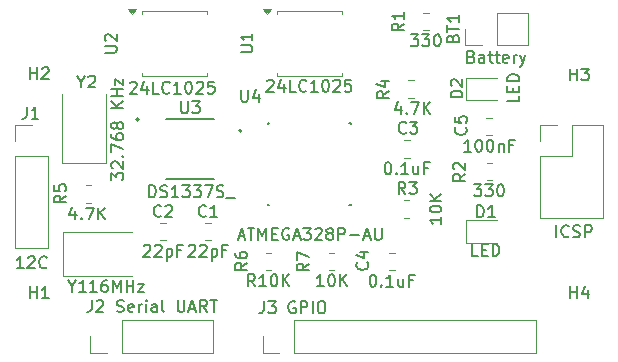
<source format=gto>
%TF.GenerationSoftware,KiCad,Pcbnew,9.0.6-9.0.6~ubuntu24.04.1*%
%TF.CreationDate,2025-12-02T23:55:24-06:00*%
%TF.ProjectId,mcu_datalogger,6d63755f-6461-4746-916c-6f676765722e,v1*%
%TF.SameCoordinates,Original*%
%TF.FileFunction,Legend,Top*%
%TF.FilePolarity,Positive*%
%FSLAX46Y46*%
G04 Gerber Fmt 4.6, Leading zero omitted, Abs format (unit mm)*
G04 Created by KiCad (PCBNEW 9.0.6-9.0.6~ubuntu24.04.1) date 2025-12-02 23:55:24*
%MOMM*%
%LPD*%
G01*
G04 APERTURE LIST*
%ADD10C,0.150000*%
%ADD11C,0.120000*%
%ADD12C,0.127000*%
%ADD13C,0.200000*%
G04 APERTURE END LIST*
D10*
X68823809Y-68778628D02*
X68823809Y-69254819D01*
X68490476Y-68254819D02*
X68823809Y-68778628D01*
X68823809Y-68778628D02*
X69157142Y-68254819D01*
X70014285Y-69254819D02*
X69442857Y-69254819D01*
X69728571Y-69254819D02*
X69728571Y-68254819D01*
X69728571Y-68254819D02*
X69633333Y-68397676D01*
X69633333Y-68397676D02*
X69538095Y-68492914D01*
X69538095Y-68492914D02*
X69442857Y-68540533D01*
X70909523Y-69254819D02*
X70338095Y-69254819D01*
X70623809Y-69254819D02*
X70623809Y-68254819D01*
X70623809Y-68254819D02*
X70528571Y-68397676D01*
X70528571Y-68397676D02*
X70433333Y-68492914D01*
X70433333Y-68492914D02*
X70338095Y-68540533D01*
X71766666Y-68254819D02*
X71576190Y-68254819D01*
X71576190Y-68254819D02*
X71480952Y-68302438D01*
X71480952Y-68302438D02*
X71433333Y-68350057D01*
X71433333Y-68350057D02*
X71338095Y-68492914D01*
X71338095Y-68492914D02*
X71290476Y-68683390D01*
X71290476Y-68683390D02*
X71290476Y-69064342D01*
X71290476Y-69064342D02*
X71338095Y-69159580D01*
X71338095Y-69159580D02*
X71385714Y-69207200D01*
X71385714Y-69207200D02*
X71480952Y-69254819D01*
X71480952Y-69254819D02*
X71671428Y-69254819D01*
X71671428Y-69254819D02*
X71766666Y-69207200D01*
X71766666Y-69207200D02*
X71814285Y-69159580D01*
X71814285Y-69159580D02*
X71861904Y-69064342D01*
X71861904Y-69064342D02*
X71861904Y-68826247D01*
X71861904Y-68826247D02*
X71814285Y-68731009D01*
X71814285Y-68731009D02*
X71766666Y-68683390D01*
X71766666Y-68683390D02*
X71671428Y-68635771D01*
X71671428Y-68635771D02*
X71480952Y-68635771D01*
X71480952Y-68635771D02*
X71385714Y-68683390D01*
X71385714Y-68683390D02*
X71338095Y-68731009D01*
X71338095Y-68731009D02*
X71290476Y-68826247D01*
X72290476Y-69254819D02*
X72290476Y-68254819D01*
X72290476Y-68254819D02*
X72623809Y-68969104D01*
X72623809Y-68969104D02*
X72957142Y-68254819D01*
X72957142Y-68254819D02*
X72957142Y-69254819D01*
X73433333Y-69254819D02*
X73433333Y-68254819D01*
X73433333Y-68731009D02*
X74004761Y-68731009D01*
X74004761Y-69254819D02*
X74004761Y-68254819D01*
X74385714Y-68588152D02*
X74909523Y-68588152D01*
X74909523Y-68588152D02*
X74385714Y-69254819D01*
X74385714Y-69254819D02*
X74909523Y-69254819D01*
X83617319Y-66796666D02*
X83141128Y-67129999D01*
X83617319Y-67368094D02*
X82617319Y-67368094D01*
X82617319Y-67368094D02*
X82617319Y-66987142D01*
X82617319Y-66987142D02*
X82664938Y-66891904D01*
X82664938Y-66891904D02*
X82712557Y-66844285D01*
X82712557Y-66844285D02*
X82807795Y-66796666D01*
X82807795Y-66796666D02*
X82950652Y-66796666D01*
X82950652Y-66796666D02*
X83045890Y-66844285D01*
X83045890Y-66844285D02*
X83093509Y-66891904D01*
X83093509Y-66891904D02*
X83141128Y-66987142D01*
X83141128Y-66987142D02*
X83141128Y-67368094D01*
X82617319Y-65939523D02*
X82617319Y-66129999D01*
X82617319Y-66129999D02*
X82664938Y-66225237D01*
X82664938Y-66225237D02*
X82712557Y-66272856D01*
X82712557Y-66272856D02*
X82855414Y-66368094D01*
X82855414Y-66368094D02*
X83045890Y-66415713D01*
X83045890Y-66415713D02*
X83426842Y-66415713D01*
X83426842Y-66415713D02*
X83522080Y-66368094D01*
X83522080Y-66368094D02*
X83569700Y-66320475D01*
X83569700Y-66320475D02*
X83617319Y-66225237D01*
X83617319Y-66225237D02*
X83617319Y-66034761D01*
X83617319Y-66034761D02*
X83569700Y-65939523D01*
X83569700Y-65939523D02*
X83522080Y-65891904D01*
X83522080Y-65891904D02*
X83426842Y-65844285D01*
X83426842Y-65844285D02*
X83188747Y-65844285D01*
X83188747Y-65844285D02*
X83093509Y-65891904D01*
X83093509Y-65891904D02*
X83045890Y-65939523D01*
X83045890Y-65939523D02*
X82998271Y-66034761D01*
X82998271Y-66034761D02*
X82998271Y-66225237D01*
X82998271Y-66225237D02*
X83045890Y-66320475D01*
X83045890Y-66320475D02*
X83093509Y-66368094D01*
X83093509Y-66368094D02*
X83188747Y-66415713D01*
X84304642Y-68779819D02*
X83971309Y-68303628D01*
X83733214Y-68779819D02*
X83733214Y-67779819D01*
X83733214Y-67779819D02*
X84114166Y-67779819D01*
X84114166Y-67779819D02*
X84209404Y-67827438D01*
X84209404Y-67827438D02*
X84257023Y-67875057D01*
X84257023Y-67875057D02*
X84304642Y-67970295D01*
X84304642Y-67970295D02*
X84304642Y-68113152D01*
X84304642Y-68113152D02*
X84257023Y-68208390D01*
X84257023Y-68208390D02*
X84209404Y-68256009D01*
X84209404Y-68256009D02*
X84114166Y-68303628D01*
X84114166Y-68303628D02*
X83733214Y-68303628D01*
X85257023Y-68779819D02*
X84685595Y-68779819D01*
X84971309Y-68779819D02*
X84971309Y-67779819D01*
X84971309Y-67779819D02*
X84876071Y-67922676D01*
X84876071Y-67922676D02*
X84780833Y-68017914D01*
X84780833Y-68017914D02*
X84685595Y-68065533D01*
X85876071Y-67779819D02*
X85971309Y-67779819D01*
X85971309Y-67779819D02*
X86066547Y-67827438D01*
X86066547Y-67827438D02*
X86114166Y-67875057D01*
X86114166Y-67875057D02*
X86161785Y-67970295D01*
X86161785Y-67970295D02*
X86209404Y-68160771D01*
X86209404Y-68160771D02*
X86209404Y-68398866D01*
X86209404Y-68398866D02*
X86161785Y-68589342D01*
X86161785Y-68589342D02*
X86114166Y-68684580D01*
X86114166Y-68684580D02*
X86066547Y-68732200D01*
X86066547Y-68732200D02*
X85971309Y-68779819D01*
X85971309Y-68779819D02*
X85876071Y-68779819D01*
X85876071Y-68779819D02*
X85780833Y-68732200D01*
X85780833Y-68732200D02*
X85733214Y-68684580D01*
X85733214Y-68684580D02*
X85685595Y-68589342D01*
X85685595Y-68589342D02*
X85637976Y-68398866D01*
X85637976Y-68398866D02*
X85637976Y-68160771D01*
X85637976Y-68160771D02*
X85685595Y-67970295D01*
X85685595Y-67970295D02*
X85733214Y-67875057D01*
X85733214Y-67875057D02*
X85780833Y-67827438D01*
X85780833Y-67827438D02*
X85876071Y-67779819D01*
X86637976Y-68779819D02*
X86637976Y-67779819D01*
X87209404Y-68779819D02*
X86780833Y-68208390D01*
X87209404Y-67779819D02*
X86637976Y-68351247D01*
X101056009Y-47775714D02*
X101103628Y-47632857D01*
X101103628Y-47632857D02*
X101151247Y-47585238D01*
X101151247Y-47585238D02*
X101246485Y-47537619D01*
X101246485Y-47537619D02*
X101389342Y-47537619D01*
X101389342Y-47537619D02*
X101484580Y-47585238D01*
X101484580Y-47585238D02*
X101532200Y-47632857D01*
X101532200Y-47632857D02*
X101579819Y-47728095D01*
X101579819Y-47728095D02*
X101579819Y-48109047D01*
X101579819Y-48109047D02*
X100579819Y-48109047D01*
X100579819Y-48109047D02*
X100579819Y-47775714D01*
X100579819Y-47775714D02*
X100627438Y-47680476D01*
X100627438Y-47680476D02*
X100675057Y-47632857D01*
X100675057Y-47632857D02*
X100770295Y-47585238D01*
X100770295Y-47585238D02*
X100865533Y-47585238D01*
X100865533Y-47585238D02*
X100960771Y-47632857D01*
X100960771Y-47632857D02*
X101008390Y-47680476D01*
X101008390Y-47680476D02*
X101056009Y-47775714D01*
X101056009Y-47775714D02*
X101056009Y-48109047D01*
X100579819Y-47251904D02*
X100579819Y-46680476D01*
X101579819Y-46966190D02*
X100579819Y-46966190D01*
X101579819Y-45823333D02*
X101579819Y-46394761D01*
X101579819Y-46109047D02*
X100579819Y-46109047D01*
X100579819Y-46109047D02*
X100722676Y-46204285D01*
X100722676Y-46204285D02*
X100817914Y-46299523D01*
X100817914Y-46299523D02*
X100865533Y-46394761D01*
X102628570Y-49331009D02*
X102771427Y-49378628D01*
X102771427Y-49378628D02*
X102819046Y-49426247D01*
X102819046Y-49426247D02*
X102866665Y-49521485D01*
X102866665Y-49521485D02*
X102866665Y-49664342D01*
X102866665Y-49664342D02*
X102819046Y-49759580D01*
X102819046Y-49759580D02*
X102771427Y-49807200D01*
X102771427Y-49807200D02*
X102676189Y-49854819D01*
X102676189Y-49854819D02*
X102295237Y-49854819D01*
X102295237Y-49854819D02*
X102295237Y-48854819D01*
X102295237Y-48854819D02*
X102628570Y-48854819D01*
X102628570Y-48854819D02*
X102723808Y-48902438D01*
X102723808Y-48902438D02*
X102771427Y-48950057D01*
X102771427Y-48950057D02*
X102819046Y-49045295D01*
X102819046Y-49045295D02*
X102819046Y-49140533D01*
X102819046Y-49140533D02*
X102771427Y-49235771D01*
X102771427Y-49235771D02*
X102723808Y-49283390D01*
X102723808Y-49283390D02*
X102628570Y-49331009D01*
X102628570Y-49331009D02*
X102295237Y-49331009D01*
X103723808Y-49854819D02*
X103723808Y-49331009D01*
X103723808Y-49331009D02*
X103676189Y-49235771D01*
X103676189Y-49235771D02*
X103580951Y-49188152D01*
X103580951Y-49188152D02*
X103390475Y-49188152D01*
X103390475Y-49188152D02*
X103295237Y-49235771D01*
X103723808Y-49807200D02*
X103628570Y-49854819D01*
X103628570Y-49854819D02*
X103390475Y-49854819D01*
X103390475Y-49854819D02*
X103295237Y-49807200D01*
X103295237Y-49807200D02*
X103247618Y-49711961D01*
X103247618Y-49711961D02*
X103247618Y-49616723D01*
X103247618Y-49616723D02*
X103295237Y-49521485D01*
X103295237Y-49521485D02*
X103390475Y-49473866D01*
X103390475Y-49473866D02*
X103628570Y-49473866D01*
X103628570Y-49473866D02*
X103723808Y-49426247D01*
X104057142Y-49188152D02*
X104438094Y-49188152D01*
X104199999Y-48854819D02*
X104199999Y-49711961D01*
X104199999Y-49711961D02*
X104247618Y-49807200D01*
X104247618Y-49807200D02*
X104342856Y-49854819D01*
X104342856Y-49854819D02*
X104438094Y-49854819D01*
X104628571Y-49188152D02*
X105009523Y-49188152D01*
X104771428Y-48854819D02*
X104771428Y-49711961D01*
X104771428Y-49711961D02*
X104819047Y-49807200D01*
X104819047Y-49807200D02*
X104914285Y-49854819D01*
X104914285Y-49854819D02*
X105009523Y-49854819D01*
X105723809Y-49807200D02*
X105628571Y-49854819D01*
X105628571Y-49854819D02*
X105438095Y-49854819D01*
X105438095Y-49854819D02*
X105342857Y-49807200D01*
X105342857Y-49807200D02*
X105295238Y-49711961D01*
X105295238Y-49711961D02*
X105295238Y-49331009D01*
X105295238Y-49331009D02*
X105342857Y-49235771D01*
X105342857Y-49235771D02*
X105438095Y-49188152D01*
X105438095Y-49188152D02*
X105628571Y-49188152D01*
X105628571Y-49188152D02*
X105723809Y-49235771D01*
X105723809Y-49235771D02*
X105771428Y-49331009D01*
X105771428Y-49331009D02*
X105771428Y-49426247D01*
X105771428Y-49426247D02*
X105295238Y-49521485D01*
X106200000Y-49854819D02*
X106200000Y-49188152D01*
X106200000Y-49378628D02*
X106247619Y-49283390D01*
X106247619Y-49283390D02*
X106295238Y-49235771D01*
X106295238Y-49235771D02*
X106390476Y-49188152D01*
X106390476Y-49188152D02*
X106485714Y-49188152D01*
X106723810Y-49188152D02*
X106961905Y-49854819D01*
X107200000Y-49188152D02*
X106961905Y-49854819D01*
X106961905Y-49854819D02*
X106866667Y-50092914D01*
X106866667Y-50092914D02*
X106819048Y-50140533D01*
X106819048Y-50140533D02*
X106723810Y-50188152D01*
X80158333Y-62814580D02*
X80110714Y-62862200D01*
X80110714Y-62862200D02*
X79967857Y-62909819D01*
X79967857Y-62909819D02*
X79872619Y-62909819D01*
X79872619Y-62909819D02*
X79729762Y-62862200D01*
X79729762Y-62862200D02*
X79634524Y-62766961D01*
X79634524Y-62766961D02*
X79586905Y-62671723D01*
X79586905Y-62671723D02*
X79539286Y-62481247D01*
X79539286Y-62481247D02*
X79539286Y-62338390D01*
X79539286Y-62338390D02*
X79586905Y-62147914D01*
X79586905Y-62147914D02*
X79634524Y-62052676D01*
X79634524Y-62052676D02*
X79729762Y-61957438D01*
X79729762Y-61957438D02*
X79872619Y-61909819D01*
X79872619Y-61909819D02*
X79967857Y-61909819D01*
X79967857Y-61909819D02*
X80110714Y-61957438D01*
X80110714Y-61957438D02*
X80158333Y-62005057D01*
X81110714Y-62909819D02*
X80539286Y-62909819D01*
X80825000Y-62909819D02*
X80825000Y-61909819D01*
X80825000Y-61909819D02*
X80729762Y-62052676D01*
X80729762Y-62052676D02*
X80634524Y-62147914D01*
X80634524Y-62147914D02*
X80539286Y-62195533D01*
X78682143Y-65365057D02*
X78729762Y-65317438D01*
X78729762Y-65317438D02*
X78825000Y-65269819D01*
X78825000Y-65269819D02*
X79063095Y-65269819D01*
X79063095Y-65269819D02*
X79158333Y-65317438D01*
X79158333Y-65317438D02*
X79205952Y-65365057D01*
X79205952Y-65365057D02*
X79253571Y-65460295D01*
X79253571Y-65460295D02*
X79253571Y-65555533D01*
X79253571Y-65555533D02*
X79205952Y-65698390D01*
X79205952Y-65698390D02*
X78634524Y-66269819D01*
X78634524Y-66269819D02*
X79253571Y-66269819D01*
X79634524Y-65365057D02*
X79682143Y-65317438D01*
X79682143Y-65317438D02*
X79777381Y-65269819D01*
X79777381Y-65269819D02*
X80015476Y-65269819D01*
X80015476Y-65269819D02*
X80110714Y-65317438D01*
X80110714Y-65317438D02*
X80158333Y-65365057D01*
X80158333Y-65365057D02*
X80205952Y-65460295D01*
X80205952Y-65460295D02*
X80205952Y-65555533D01*
X80205952Y-65555533D02*
X80158333Y-65698390D01*
X80158333Y-65698390D02*
X79586905Y-66269819D01*
X79586905Y-66269819D02*
X80205952Y-66269819D01*
X80634524Y-65603152D02*
X80634524Y-66603152D01*
X80634524Y-65650771D02*
X80729762Y-65603152D01*
X80729762Y-65603152D02*
X80920238Y-65603152D01*
X80920238Y-65603152D02*
X81015476Y-65650771D01*
X81015476Y-65650771D02*
X81063095Y-65698390D01*
X81063095Y-65698390D02*
X81110714Y-65793628D01*
X81110714Y-65793628D02*
X81110714Y-66079342D01*
X81110714Y-66079342D02*
X81063095Y-66174580D01*
X81063095Y-66174580D02*
X81015476Y-66222200D01*
X81015476Y-66222200D02*
X80920238Y-66269819D01*
X80920238Y-66269819D02*
X80729762Y-66269819D01*
X80729762Y-66269819D02*
X80634524Y-66222200D01*
X81872619Y-65746009D02*
X81539286Y-65746009D01*
X81539286Y-66269819D02*
X81539286Y-65269819D01*
X81539286Y-65269819D02*
X82015476Y-65269819D01*
X109823810Y-64624819D02*
X109823810Y-63624819D01*
X110871428Y-64529580D02*
X110823809Y-64577200D01*
X110823809Y-64577200D02*
X110680952Y-64624819D01*
X110680952Y-64624819D02*
X110585714Y-64624819D01*
X110585714Y-64624819D02*
X110442857Y-64577200D01*
X110442857Y-64577200D02*
X110347619Y-64481961D01*
X110347619Y-64481961D02*
X110300000Y-64386723D01*
X110300000Y-64386723D02*
X110252381Y-64196247D01*
X110252381Y-64196247D02*
X110252381Y-64053390D01*
X110252381Y-64053390D02*
X110300000Y-63862914D01*
X110300000Y-63862914D02*
X110347619Y-63767676D01*
X110347619Y-63767676D02*
X110442857Y-63672438D01*
X110442857Y-63672438D02*
X110585714Y-63624819D01*
X110585714Y-63624819D02*
X110680952Y-63624819D01*
X110680952Y-63624819D02*
X110823809Y-63672438D01*
X110823809Y-63672438D02*
X110871428Y-63720057D01*
X111252381Y-64577200D02*
X111395238Y-64624819D01*
X111395238Y-64624819D02*
X111633333Y-64624819D01*
X111633333Y-64624819D02*
X111728571Y-64577200D01*
X111728571Y-64577200D02*
X111776190Y-64529580D01*
X111776190Y-64529580D02*
X111823809Y-64434342D01*
X111823809Y-64434342D02*
X111823809Y-64339104D01*
X111823809Y-64339104D02*
X111776190Y-64243866D01*
X111776190Y-64243866D02*
X111728571Y-64196247D01*
X111728571Y-64196247D02*
X111633333Y-64148628D01*
X111633333Y-64148628D02*
X111442857Y-64101009D01*
X111442857Y-64101009D02*
X111347619Y-64053390D01*
X111347619Y-64053390D02*
X111300000Y-64005771D01*
X111300000Y-64005771D02*
X111252381Y-63910533D01*
X111252381Y-63910533D02*
X111252381Y-63815295D01*
X111252381Y-63815295D02*
X111300000Y-63720057D01*
X111300000Y-63720057D02*
X111347619Y-63672438D01*
X111347619Y-63672438D02*
X111442857Y-63624819D01*
X111442857Y-63624819D02*
X111680952Y-63624819D01*
X111680952Y-63624819D02*
X111823809Y-63672438D01*
X112252381Y-64624819D02*
X112252381Y-63624819D01*
X112252381Y-63624819D02*
X112633333Y-63624819D01*
X112633333Y-63624819D02*
X112728571Y-63672438D01*
X112728571Y-63672438D02*
X112776190Y-63720057D01*
X112776190Y-63720057D02*
X112823809Y-63815295D01*
X112823809Y-63815295D02*
X112823809Y-63958152D01*
X112823809Y-63958152D02*
X112776190Y-64053390D01*
X112776190Y-64053390D02*
X112728571Y-64101009D01*
X112728571Y-64101009D02*
X112633333Y-64148628D01*
X112633333Y-64148628D02*
X112252381Y-64148628D01*
X85066666Y-70054819D02*
X85066666Y-70769104D01*
X85066666Y-70769104D02*
X85019047Y-70911961D01*
X85019047Y-70911961D02*
X84923809Y-71007200D01*
X84923809Y-71007200D02*
X84780952Y-71054819D01*
X84780952Y-71054819D02*
X84685714Y-71054819D01*
X85447619Y-70054819D02*
X86066666Y-70054819D01*
X86066666Y-70054819D02*
X85733333Y-70435771D01*
X85733333Y-70435771D02*
X85876190Y-70435771D01*
X85876190Y-70435771D02*
X85971428Y-70483390D01*
X85971428Y-70483390D02*
X86019047Y-70531009D01*
X86019047Y-70531009D02*
X86066666Y-70626247D01*
X86066666Y-70626247D02*
X86066666Y-70864342D01*
X86066666Y-70864342D02*
X86019047Y-70959580D01*
X86019047Y-70959580D02*
X85971428Y-71007200D01*
X85971428Y-71007200D02*
X85876190Y-71054819D01*
X85876190Y-71054819D02*
X85590476Y-71054819D01*
X85590476Y-71054819D02*
X85495238Y-71007200D01*
X85495238Y-71007200D02*
X85447619Y-70959580D01*
X87700000Y-70102438D02*
X87604762Y-70054819D01*
X87604762Y-70054819D02*
X87461905Y-70054819D01*
X87461905Y-70054819D02*
X87319048Y-70102438D01*
X87319048Y-70102438D02*
X87223810Y-70197676D01*
X87223810Y-70197676D02*
X87176191Y-70292914D01*
X87176191Y-70292914D02*
X87128572Y-70483390D01*
X87128572Y-70483390D02*
X87128572Y-70626247D01*
X87128572Y-70626247D02*
X87176191Y-70816723D01*
X87176191Y-70816723D02*
X87223810Y-70911961D01*
X87223810Y-70911961D02*
X87319048Y-71007200D01*
X87319048Y-71007200D02*
X87461905Y-71054819D01*
X87461905Y-71054819D02*
X87557143Y-71054819D01*
X87557143Y-71054819D02*
X87700000Y-71007200D01*
X87700000Y-71007200D02*
X87747619Y-70959580D01*
X87747619Y-70959580D02*
X87747619Y-70626247D01*
X87747619Y-70626247D02*
X87557143Y-70626247D01*
X88176191Y-71054819D02*
X88176191Y-70054819D01*
X88176191Y-70054819D02*
X88557143Y-70054819D01*
X88557143Y-70054819D02*
X88652381Y-70102438D01*
X88652381Y-70102438D02*
X88700000Y-70150057D01*
X88700000Y-70150057D02*
X88747619Y-70245295D01*
X88747619Y-70245295D02*
X88747619Y-70388152D01*
X88747619Y-70388152D02*
X88700000Y-70483390D01*
X88700000Y-70483390D02*
X88652381Y-70531009D01*
X88652381Y-70531009D02*
X88557143Y-70578628D01*
X88557143Y-70578628D02*
X88176191Y-70578628D01*
X89176191Y-71054819D02*
X89176191Y-70054819D01*
X89842857Y-70054819D02*
X90033333Y-70054819D01*
X90033333Y-70054819D02*
X90128571Y-70102438D01*
X90128571Y-70102438D02*
X90223809Y-70197676D01*
X90223809Y-70197676D02*
X90271428Y-70388152D01*
X90271428Y-70388152D02*
X90271428Y-70721485D01*
X90271428Y-70721485D02*
X90223809Y-70911961D01*
X90223809Y-70911961D02*
X90128571Y-71007200D01*
X90128571Y-71007200D02*
X90033333Y-71054819D01*
X90033333Y-71054819D02*
X89842857Y-71054819D01*
X89842857Y-71054819D02*
X89747619Y-71007200D01*
X89747619Y-71007200D02*
X89652381Y-70911961D01*
X89652381Y-70911961D02*
X89604762Y-70721485D01*
X89604762Y-70721485D02*
X89604762Y-70388152D01*
X89604762Y-70388152D02*
X89652381Y-70197676D01*
X89652381Y-70197676D02*
X89747619Y-70102438D01*
X89747619Y-70102438D02*
X89842857Y-70054819D01*
X97098333Y-55759580D02*
X97050714Y-55807200D01*
X97050714Y-55807200D02*
X96907857Y-55854819D01*
X96907857Y-55854819D02*
X96812619Y-55854819D01*
X96812619Y-55854819D02*
X96669762Y-55807200D01*
X96669762Y-55807200D02*
X96574524Y-55711961D01*
X96574524Y-55711961D02*
X96526905Y-55616723D01*
X96526905Y-55616723D02*
X96479286Y-55426247D01*
X96479286Y-55426247D02*
X96479286Y-55283390D01*
X96479286Y-55283390D02*
X96526905Y-55092914D01*
X96526905Y-55092914D02*
X96574524Y-54997676D01*
X96574524Y-54997676D02*
X96669762Y-54902438D01*
X96669762Y-54902438D02*
X96812619Y-54854819D01*
X96812619Y-54854819D02*
X96907857Y-54854819D01*
X96907857Y-54854819D02*
X97050714Y-54902438D01*
X97050714Y-54902438D02*
X97098333Y-54950057D01*
X97431667Y-54854819D02*
X98050714Y-54854819D01*
X98050714Y-54854819D02*
X97717381Y-55235771D01*
X97717381Y-55235771D02*
X97860238Y-55235771D01*
X97860238Y-55235771D02*
X97955476Y-55283390D01*
X97955476Y-55283390D02*
X98003095Y-55331009D01*
X98003095Y-55331009D02*
X98050714Y-55426247D01*
X98050714Y-55426247D02*
X98050714Y-55664342D01*
X98050714Y-55664342D02*
X98003095Y-55759580D01*
X98003095Y-55759580D02*
X97955476Y-55807200D01*
X97955476Y-55807200D02*
X97860238Y-55854819D01*
X97860238Y-55854819D02*
X97574524Y-55854819D01*
X97574524Y-55854819D02*
X97479286Y-55807200D01*
X97479286Y-55807200D02*
X97431667Y-55759580D01*
X95512143Y-58284819D02*
X95607381Y-58284819D01*
X95607381Y-58284819D02*
X95702619Y-58332438D01*
X95702619Y-58332438D02*
X95750238Y-58380057D01*
X95750238Y-58380057D02*
X95797857Y-58475295D01*
X95797857Y-58475295D02*
X95845476Y-58665771D01*
X95845476Y-58665771D02*
X95845476Y-58903866D01*
X95845476Y-58903866D02*
X95797857Y-59094342D01*
X95797857Y-59094342D02*
X95750238Y-59189580D01*
X95750238Y-59189580D02*
X95702619Y-59237200D01*
X95702619Y-59237200D02*
X95607381Y-59284819D01*
X95607381Y-59284819D02*
X95512143Y-59284819D01*
X95512143Y-59284819D02*
X95416905Y-59237200D01*
X95416905Y-59237200D02*
X95369286Y-59189580D01*
X95369286Y-59189580D02*
X95321667Y-59094342D01*
X95321667Y-59094342D02*
X95274048Y-58903866D01*
X95274048Y-58903866D02*
X95274048Y-58665771D01*
X95274048Y-58665771D02*
X95321667Y-58475295D01*
X95321667Y-58475295D02*
X95369286Y-58380057D01*
X95369286Y-58380057D02*
X95416905Y-58332438D01*
X95416905Y-58332438D02*
X95512143Y-58284819D01*
X96274048Y-59189580D02*
X96321667Y-59237200D01*
X96321667Y-59237200D02*
X96274048Y-59284819D01*
X96274048Y-59284819D02*
X96226429Y-59237200D01*
X96226429Y-59237200D02*
X96274048Y-59189580D01*
X96274048Y-59189580D02*
X96274048Y-59284819D01*
X97274047Y-59284819D02*
X96702619Y-59284819D01*
X96988333Y-59284819D02*
X96988333Y-58284819D01*
X96988333Y-58284819D02*
X96893095Y-58427676D01*
X96893095Y-58427676D02*
X96797857Y-58522914D01*
X96797857Y-58522914D02*
X96702619Y-58570533D01*
X98131190Y-58618152D02*
X98131190Y-59284819D01*
X97702619Y-58618152D02*
X97702619Y-59141961D01*
X97702619Y-59141961D02*
X97750238Y-59237200D01*
X97750238Y-59237200D02*
X97845476Y-59284819D01*
X97845476Y-59284819D02*
X97988333Y-59284819D01*
X97988333Y-59284819D02*
X98083571Y-59237200D01*
X98083571Y-59237200D02*
X98131190Y-59189580D01*
X98940714Y-58761009D02*
X98607381Y-58761009D01*
X98607381Y-59284819D02*
X98607381Y-58284819D01*
X98607381Y-58284819D02*
X99083571Y-58284819D01*
X68299819Y-61116666D02*
X67823628Y-61449999D01*
X68299819Y-61688094D02*
X67299819Y-61688094D01*
X67299819Y-61688094D02*
X67299819Y-61307142D01*
X67299819Y-61307142D02*
X67347438Y-61211904D01*
X67347438Y-61211904D02*
X67395057Y-61164285D01*
X67395057Y-61164285D02*
X67490295Y-61116666D01*
X67490295Y-61116666D02*
X67633152Y-61116666D01*
X67633152Y-61116666D02*
X67728390Y-61164285D01*
X67728390Y-61164285D02*
X67776009Y-61211904D01*
X67776009Y-61211904D02*
X67823628Y-61307142D01*
X67823628Y-61307142D02*
X67823628Y-61688094D01*
X67299819Y-60211904D02*
X67299819Y-60688094D01*
X67299819Y-60688094D02*
X67776009Y-60735713D01*
X67776009Y-60735713D02*
X67728390Y-60688094D01*
X67728390Y-60688094D02*
X67680771Y-60592856D01*
X67680771Y-60592856D02*
X67680771Y-60354761D01*
X67680771Y-60354761D02*
X67728390Y-60259523D01*
X67728390Y-60259523D02*
X67776009Y-60211904D01*
X67776009Y-60211904D02*
X67871247Y-60164285D01*
X67871247Y-60164285D02*
X68109342Y-60164285D01*
X68109342Y-60164285D02*
X68204580Y-60211904D01*
X68204580Y-60211904D02*
X68252200Y-60259523D01*
X68252200Y-60259523D02*
X68299819Y-60354761D01*
X68299819Y-60354761D02*
X68299819Y-60592856D01*
X68299819Y-60592856D02*
X68252200Y-60688094D01*
X68252200Y-60688094D02*
X68204580Y-60735713D01*
X69076190Y-62453152D02*
X69076190Y-63119819D01*
X68838095Y-62072200D02*
X68600000Y-62786485D01*
X68600000Y-62786485D02*
X69219047Y-62786485D01*
X69600000Y-63024580D02*
X69647619Y-63072200D01*
X69647619Y-63072200D02*
X69600000Y-63119819D01*
X69600000Y-63119819D02*
X69552381Y-63072200D01*
X69552381Y-63072200D02*
X69600000Y-63024580D01*
X69600000Y-63024580D02*
X69600000Y-63119819D01*
X69980952Y-62119819D02*
X70647618Y-62119819D01*
X70647618Y-62119819D02*
X70219047Y-63119819D01*
X71028571Y-63119819D02*
X71028571Y-62119819D01*
X71599999Y-63119819D02*
X71171428Y-62548390D01*
X71599999Y-62119819D02*
X71028571Y-62691247D01*
X65278095Y-51254819D02*
X65278095Y-50254819D01*
X65278095Y-50731009D02*
X65849523Y-50731009D01*
X65849523Y-51254819D02*
X65849523Y-50254819D01*
X66278095Y-50350057D02*
X66325714Y-50302438D01*
X66325714Y-50302438D02*
X66420952Y-50254819D01*
X66420952Y-50254819D02*
X66659047Y-50254819D01*
X66659047Y-50254819D02*
X66754285Y-50302438D01*
X66754285Y-50302438D02*
X66801904Y-50350057D01*
X66801904Y-50350057D02*
X66849523Y-50445295D01*
X66849523Y-50445295D02*
X66849523Y-50540533D01*
X66849523Y-50540533D02*
X66801904Y-50683390D01*
X66801904Y-50683390D02*
X66230476Y-51254819D01*
X66230476Y-51254819D02*
X66849523Y-51254819D01*
X110998095Y-51354819D02*
X110998095Y-50354819D01*
X110998095Y-50831009D02*
X111569523Y-50831009D01*
X111569523Y-51354819D02*
X111569523Y-50354819D01*
X111950476Y-50354819D02*
X112569523Y-50354819D01*
X112569523Y-50354819D02*
X112236190Y-50735771D01*
X112236190Y-50735771D02*
X112379047Y-50735771D01*
X112379047Y-50735771D02*
X112474285Y-50783390D01*
X112474285Y-50783390D02*
X112521904Y-50831009D01*
X112521904Y-50831009D02*
X112569523Y-50926247D01*
X112569523Y-50926247D02*
X112569523Y-51164342D01*
X112569523Y-51164342D02*
X112521904Y-51259580D01*
X112521904Y-51259580D02*
X112474285Y-51307200D01*
X112474285Y-51307200D02*
X112379047Y-51354819D01*
X112379047Y-51354819D02*
X112093333Y-51354819D01*
X112093333Y-51354819D02*
X111998095Y-51307200D01*
X111998095Y-51307200D02*
X111950476Y-51259580D01*
X65278095Y-69794819D02*
X65278095Y-68794819D01*
X65278095Y-69271009D02*
X65849523Y-69271009D01*
X65849523Y-69794819D02*
X65849523Y-68794819D01*
X66849523Y-69794819D02*
X66278095Y-69794819D01*
X66563809Y-69794819D02*
X66563809Y-68794819D01*
X66563809Y-68794819D02*
X66468571Y-68937676D01*
X66468571Y-68937676D02*
X66373333Y-69032914D01*
X66373333Y-69032914D02*
X66278095Y-69080533D01*
X69588809Y-51473628D02*
X69588809Y-51949819D01*
X69255476Y-50949819D02*
X69588809Y-51473628D01*
X69588809Y-51473628D02*
X69922142Y-50949819D01*
X70207857Y-51045057D02*
X70255476Y-50997438D01*
X70255476Y-50997438D02*
X70350714Y-50949819D01*
X70350714Y-50949819D02*
X70588809Y-50949819D01*
X70588809Y-50949819D02*
X70684047Y-50997438D01*
X70684047Y-50997438D02*
X70731666Y-51045057D01*
X70731666Y-51045057D02*
X70779285Y-51140295D01*
X70779285Y-51140295D02*
X70779285Y-51235533D01*
X70779285Y-51235533D02*
X70731666Y-51378390D01*
X70731666Y-51378390D02*
X70160238Y-51949819D01*
X70160238Y-51949819D02*
X70779285Y-51949819D01*
X72154819Y-59785713D02*
X72154819Y-59166666D01*
X72154819Y-59166666D02*
X72535771Y-59499999D01*
X72535771Y-59499999D02*
X72535771Y-59357142D01*
X72535771Y-59357142D02*
X72583390Y-59261904D01*
X72583390Y-59261904D02*
X72631009Y-59214285D01*
X72631009Y-59214285D02*
X72726247Y-59166666D01*
X72726247Y-59166666D02*
X72964342Y-59166666D01*
X72964342Y-59166666D02*
X73059580Y-59214285D01*
X73059580Y-59214285D02*
X73107200Y-59261904D01*
X73107200Y-59261904D02*
X73154819Y-59357142D01*
X73154819Y-59357142D02*
X73154819Y-59642856D01*
X73154819Y-59642856D02*
X73107200Y-59738094D01*
X73107200Y-59738094D02*
X73059580Y-59785713D01*
X72250057Y-58785713D02*
X72202438Y-58738094D01*
X72202438Y-58738094D02*
X72154819Y-58642856D01*
X72154819Y-58642856D02*
X72154819Y-58404761D01*
X72154819Y-58404761D02*
X72202438Y-58309523D01*
X72202438Y-58309523D02*
X72250057Y-58261904D01*
X72250057Y-58261904D02*
X72345295Y-58214285D01*
X72345295Y-58214285D02*
X72440533Y-58214285D01*
X72440533Y-58214285D02*
X72583390Y-58261904D01*
X72583390Y-58261904D02*
X73154819Y-58833332D01*
X73154819Y-58833332D02*
X73154819Y-58214285D01*
X73059580Y-57785713D02*
X73107200Y-57738094D01*
X73107200Y-57738094D02*
X73154819Y-57785713D01*
X73154819Y-57785713D02*
X73107200Y-57833332D01*
X73107200Y-57833332D02*
X73059580Y-57785713D01*
X73059580Y-57785713D02*
X73154819Y-57785713D01*
X72154819Y-57404761D02*
X72154819Y-56738095D01*
X72154819Y-56738095D02*
X73154819Y-57166666D01*
X72154819Y-55928571D02*
X72154819Y-56119047D01*
X72154819Y-56119047D02*
X72202438Y-56214285D01*
X72202438Y-56214285D02*
X72250057Y-56261904D01*
X72250057Y-56261904D02*
X72392914Y-56357142D01*
X72392914Y-56357142D02*
X72583390Y-56404761D01*
X72583390Y-56404761D02*
X72964342Y-56404761D01*
X72964342Y-56404761D02*
X73059580Y-56357142D01*
X73059580Y-56357142D02*
X73107200Y-56309523D01*
X73107200Y-56309523D02*
X73154819Y-56214285D01*
X73154819Y-56214285D02*
X73154819Y-56023809D01*
X73154819Y-56023809D02*
X73107200Y-55928571D01*
X73107200Y-55928571D02*
X73059580Y-55880952D01*
X73059580Y-55880952D02*
X72964342Y-55833333D01*
X72964342Y-55833333D02*
X72726247Y-55833333D01*
X72726247Y-55833333D02*
X72631009Y-55880952D01*
X72631009Y-55880952D02*
X72583390Y-55928571D01*
X72583390Y-55928571D02*
X72535771Y-56023809D01*
X72535771Y-56023809D02*
X72535771Y-56214285D01*
X72535771Y-56214285D02*
X72583390Y-56309523D01*
X72583390Y-56309523D02*
X72631009Y-56357142D01*
X72631009Y-56357142D02*
X72726247Y-56404761D01*
X72583390Y-55261904D02*
X72535771Y-55357142D01*
X72535771Y-55357142D02*
X72488152Y-55404761D01*
X72488152Y-55404761D02*
X72392914Y-55452380D01*
X72392914Y-55452380D02*
X72345295Y-55452380D01*
X72345295Y-55452380D02*
X72250057Y-55404761D01*
X72250057Y-55404761D02*
X72202438Y-55357142D01*
X72202438Y-55357142D02*
X72154819Y-55261904D01*
X72154819Y-55261904D02*
X72154819Y-55071428D01*
X72154819Y-55071428D02*
X72202438Y-54976190D01*
X72202438Y-54976190D02*
X72250057Y-54928571D01*
X72250057Y-54928571D02*
X72345295Y-54880952D01*
X72345295Y-54880952D02*
X72392914Y-54880952D01*
X72392914Y-54880952D02*
X72488152Y-54928571D01*
X72488152Y-54928571D02*
X72535771Y-54976190D01*
X72535771Y-54976190D02*
X72583390Y-55071428D01*
X72583390Y-55071428D02*
X72583390Y-55261904D01*
X72583390Y-55261904D02*
X72631009Y-55357142D01*
X72631009Y-55357142D02*
X72678628Y-55404761D01*
X72678628Y-55404761D02*
X72773866Y-55452380D01*
X72773866Y-55452380D02*
X72964342Y-55452380D01*
X72964342Y-55452380D02*
X73059580Y-55404761D01*
X73059580Y-55404761D02*
X73107200Y-55357142D01*
X73107200Y-55357142D02*
X73154819Y-55261904D01*
X73154819Y-55261904D02*
X73154819Y-55071428D01*
X73154819Y-55071428D02*
X73107200Y-54976190D01*
X73107200Y-54976190D02*
X73059580Y-54928571D01*
X73059580Y-54928571D02*
X72964342Y-54880952D01*
X72964342Y-54880952D02*
X72773866Y-54880952D01*
X72773866Y-54880952D02*
X72678628Y-54928571D01*
X72678628Y-54928571D02*
X72631009Y-54976190D01*
X72631009Y-54976190D02*
X72583390Y-55071428D01*
X73154819Y-53690475D02*
X72154819Y-53690475D01*
X73154819Y-53119047D02*
X72583390Y-53547618D01*
X72154819Y-53119047D02*
X72726247Y-53690475D01*
X73154819Y-52690475D02*
X72154819Y-52690475D01*
X72631009Y-52690475D02*
X72631009Y-52119047D01*
X73154819Y-52119047D02*
X72154819Y-52119047D01*
X72488152Y-51738094D02*
X72488152Y-51214285D01*
X72488152Y-51214285D02*
X73154819Y-51738094D01*
X73154819Y-51738094D02*
X73154819Y-51214285D01*
X102102319Y-59266666D02*
X101626128Y-59599999D01*
X102102319Y-59838094D02*
X101102319Y-59838094D01*
X101102319Y-59838094D02*
X101102319Y-59457142D01*
X101102319Y-59457142D02*
X101149938Y-59361904D01*
X101149938Y-59361904D02*
X101197557Y-59314285D01*
X101197557Y-59314285D02*
X101292795Y-59266666D01*
X101292795Y-59266666D02*
X101435652Y-59266666D01*
X101435652Y-59266666D02*
X101530890Y-59314285D01*
X101530890Y-59314285D02*
X101578509Y-59361904D01*
X101578509Y-59361904D02*
X101626128Y-59457142D01*
X101626128Y-59457142D02*
X101626128Y-59838094D01*
X101197557Y-58885713D02*
X101149938Y-58838094D01*
X101149938Y-58838094D02*
X101102319Y-58742856D01*
X101102319Y-58742856D02*
X101102319Y-58504761D01*
X101102319Y-58504761D02*
X101149938Y-58409523D01*
X101149938Y-58409523D02*
X101197557Y-58361904D01*
X101197557Y-58361904D02*
X101292795Y-58314285D01*
X101292795Y-58314285D02*
X101388033Y-58314285D01*
X101388033Y-58314285D02*
X101530890Y-58361904D01*
X101530890Y-58361904D02*
X102102319Y-58933332D01*
X102102319Y-58933332D02*
X102102319Y-58314285D01*
X102854286Y-60159819D02*
X103473333Y-60159819D01*
X103473333Y-60159819D02*
X103140000Y-60540771D01*
X103140000Y-60540771D02*
X103282857Y-60540771D01*
X103282857Y-60540771D02*
X103378095Y-60588390D01*
X103378095Y-60588390D02*
X103425714Y-60636009D01*
X103425714Y-60636009D02*
X103473333Y-60731247D01*
X103473333Y-60731247D02*
X103473333Y-60969342D01*
X103473333Y-60969342D02*
X103425714Y-61064580D01*
X103425714Y-61064580D02*
X103378095Y-61112200D01*
X103378095Y-61112200D02*
X103282857Y-61159819D01*
X103282857Y-61159819D02*
X102997143Y-61159819D01*
X102997143Y-61159819D02*
X102901905Y-61112200D01*
X102901905Y-61112200D02*
X102854286Y-61064580D01*
X103806667Y-60159819D02*
X104425714Y-60159819D01*
X104425714Y-60159819D02*
X104092381Y-60540771D01*
X104092381Y-60540771D02*
X104235238Y-60540771D01*
X104235238Y-60540771D02*
X104330476Y-60588390D01*
X104330476Y-60588390D02*
X104378095Y-60636009D01*
X104378095Y-60636009D02*
X104425714Y-60731247D01*
X104425714Y-60731247D02*
X104425714Y-60969342D01*
X104425714Y-60969342D02*
X104378095Y-61064580D01*
X104378095Y-61064580D02*
X104330476Y-61112200D01*
X104330476Y-61112200D02*
X104235238Y-61159819D01*
X104235238Y-61159819D02*
X103949524Y-61159819D01*
X103949524Y-61159819D02*
X103854286Y-61112200D01*
X103854286Y-61112200D02*
X103806667Y-61064580D01*
X105044762Y-60159819D02*
X105140000Y-60159819D01*
X105140000Y-60159819D02*
X105235238Y-60207438D01*
X105235238Y-60207438D02*
X105282857Y-60255057D01*
X105282857Y-60255057D02*
X105330476Y-60350295D01*
X105330476Y-60350295D02*
X105378095Y-60540771D01*
X105378095Y-60540771D02*
X105378095Y-60778866D01*
X105378095Y-60778866D02*
X105330476Y-60969342D01*
X105330476Y-60969342D02*
X105282857Y-61064580D01*
X105282857Y-61064580D02*
X105235238Y-61112200D01*
X105235238Y-61112200D02*
X105140000Y-61159819D01*
X105140000Y-61159819D02*
X105044762Y-61159819D01*
X105044762Y-61159819D02*
X104949524Y-61112200D01*
X104949524Y-61112200D02*
X104901905Y-61064580D01*
X104901905Y-61064580D02*
X104854286Y-60969342D01*
X104854286Y-60969342D02*
X104806667Y-60778866D01*
X104806667Y-60778866D02*
X104806667Y-60540771D01*
X104806667Y-60540771D02*
X104854286Y-60350295D01*
X104854286Y-60350295D02*
X104901905Y-60255057D01*
X104901905Y-60255057D02*
X104949524Y-60207438D01*
X104949524Y-60207438D02*
X105044762Y-60159819D01*
X103099405Y-62939819D02*
X103099405Y-61939819D01*
X103099405Y-61939819D02*
X103337500Y-61939819D01*
X103337500Y-61939819D02*
X103480357Y-61987438D01*
X103480357Y-61987438D02*
X103575595Y-62082676D01*
X103575595Y-62082676D02*
X103623214Y-62177914D01*
X103623214Y-62177914D02*
X103670833Y-62368390D01*
X103670833Y-62368390D02*
X103670833Y-62511247D01*
X103670833Y-62511247D02*
X103623214Y-62701723D01*
X103623214Y-62701723D02*
X103575595Y-62796961D01*
X103575595Y-62796961D02*
X103480357Y-62892200D01*
X103480357Y-62892200D02*
X103337500Y-62939819D01*
X103337500Y-62939819D02*
X103099405Y-62939819D01*
X104623214Y-62939819D02*
X104051786Y-62939819D01*
X104337500Y-62939819D02*
X104337500Y-61939819D01*
X104337500Y-61939819D02*
X104242262Y-62082676D01*
X104242262Y-62082676D02*
X104147024Y-62177914D01*
X104147024Y-62177914D02*
X104051786Y-62225533D01*
X103194642Y-66209819D02*
X102718452Y-66209819D01*
X102718452Y-66209819D02*
X102718452Y-65209819D01*
X103527976Y-65686009D02*
X103861309Y-65686009D01*
X104004166Y-66209819D02*
X103527976Y-66209819D01*
X103527976Y-66209819D02*
X103527976Y-65209819D01*
X103527976Y-65209819D02*
X104004166Y-65209819D01*
X104432738Y-66209819D02*
X104432738Y-65209819D01*
X104432738Y-65209819D02*
X104670833Y-65209819D01*
X104670833Y-65209819D02*
X104813690Y-65257438D01*
X104813690Y-65257438D02*
X104908928Y-65352676D01*
X104908928Y-65352676D02*
X104956547Y-65447914D01*
X104956547Y-65447914D02*
X105004166Y-65638390D01*
X105004166Y-65638390D02*
X105004166Y-65781247D01*
X105004166Y-65781247D02*
X104956547Y-65971723D01*
X104956547Y-65971723D02*
X104908928Y-66066961D01*
X104908928Y-66066961D02*
X104813690Y-66162200D01*
X104813690Y-66162200D02*
X104670833Y-66209819D01*
X104670833Y-66209819D02*
X104432738Y-66209819D01*
X71594819Y-49001904D02*
X72404342Y-49001904D01*
X72404342Y-49001904D02*
X72499580Y-48954285D01*
X72499580Y-48954285D02*
X72547200Y-48906666D01*
X72547200Y-48906666D02*
X72594819Y-48811428D01*
X72594819Y-48811428D02*
X72594819Y-48620952D01*
X72594819Y-48620952D02*
X72547200Y-48525714D01*
X72547200Y-48525714D02*
X72499580Y-48478095D01*
X72499580Y-48478095D02*
X72404342Y-48430476D01*
X72404342Y-48430476D02*
X71594819Y-48430476D01*
X71690057Y-48001904D02*
X71642438Y-47954285D01*
X71642438Y-47954285D02*
X71594819Y-47859047D01*
X71594819Y-47859047D02*
X71594819Y-47620952D01*
X71594819Y-47620952D02*
X71642438Y-47525714D01*
X71642438Y-47525714D02*
X71690057Y-47478095D01*
X71690057Y-47478095D02*
X71785295Y-47430476D01*
X71785295Y-47430476D02*
X71880533Y-47430476D01*
X71880533Y-47430476D02*
X72023390Y-47478095D01*
X72023390Y-47478095D02*
X72594819Y-48049523D01*
X72594819Y-48049523D02*
X72594819Y-47430476D01*
X73738571Y-51560057D02*
X73786190Y-51512438D01*
X73786190Y-51512438D02*
X73881428Y-51464819D01*
X73881428Y-51464819D02*
X74119523Y-51464819D01*
X74119523Y-51464819D02*
X74214761Y-51512438D01*
X74214761Y-51512438D02*
X74262380Y-51560057D01*
X74262380Y-51560057D02*
X74309999Y-51655295D01*
X74309999Y-51655295D02*
X74309999Y-51750533D01*
X74309999Y-51750533D02*
X74262380Y-51893390D01*
X74262380Y-51893390D02*
X73690952Y-52464819D01*
X73690952Y-52464819D02*
X74309999Y-52464819D01*
X75167142Y-51798152D02*
X75167142Y-52464819D01*
X74929047Y-51417200D02*
X74690952Y-52131485D01*
X74690952Y-52131485D02*
X75309999Y-52131485D01*
X76167142Y-52464819D02*
X75690952Y-52464819D01*
X75690952Y-52464819D02*
X75690952Y-51464819D01*
X77071904Y-52369580D02*
X77024285Y-52417200D01*
X77024285Y-52417200D02*
X76881428Y-52464819D01*
X76881428Y-52464819D02*
X76786190Y-52464819D01*
X76786190Y-52464819D02*
X76643333Y-52417200D01*
X76643333Y-52417200D02*
X76548095Y-52321961D01*
X76548095Y-52321961D02*
X76500476Y-52226723D01*
X76500476Y-52226723D02*
X76452857Y-52036247D01*
X76452857Y-52036247D02*
X76452857Y-51893390D01*
X76452857Y-51893390D02*
X76500476Y-51702914D01*
X76500476Y-51702914D02*
X76548095Y-51607676D01*
X76548095Y-51607676D02*
X76643333Y-51512438D01*
X76643333Y-51512438D02*
X76786190Y-51464819D01*
X76786190Y-51464819D02*
X76881428Y-51464819D01*
X76881428Y-51464819D02*
X77024285Y-51512438D01*
X77024285Y-51512438D02*
X77071904Y-51560057D01*
X78024285Y-52464819D02*
X77452857Y-52464819D01*
X77738571Y-52464819D02*
X77738571Y-51464819D01*
X77738571Y-51464819D02*
X77643333Y-51607676D01*
X77643333Y-51607676D02*
X77548095Y-51702914D01*
X77548095Y-51702914D02*
X77452857Y-51750533D01*
X78643333Y-51464819D02*
X78738571Y-51464819D01*
X78738571Y-51464819D02*
X78833809Y-51512438D01*
X78833809Y-51512438D02*
X78881428Y-51560057D01*
X78881428Y-51560057D02*
X78929047Y-51655295D01*
X78929047Y-51655295D02*
X78976666Y-51845771D01*
X78976666Y-51845771D02*
X78976666Y-52083866D01*
X78976666Y-52083866D02*
X78929047Y-52274342D01*
X78929047Y-52274342D02*
X78881428Y-52369580D01*
X78881428Y-52369580D02*
X78833809Y-52417200D01*
X78833809Y-52417200D02*
X78738571Y-52464819D01*
X78738571Y-52464819D02*
X78643333Y-52464819D01*
X78643333Y-52464819D02*
X78548095Y-52417200D01*
X78548095Y-52417200D02*
X78500476Y-52369580D01*
X78500476Y-52369580D02*
X78452857Y-52274342D01*
X78452857Y-52274342D02*
X78405238Y-52083866D01*
X78405238Y-52083866D02*
X78405238Y-51845771D01*
X78405238Y-51845771D02*
X78452857Y-51655295D01*
X78452857Y-51655295D02*
X78500476Y-51560057D01*
X78500476Y-51560057D02*
X78548095Y-51512438D01*
X78548095Y-51512438D02*
X78643333Y-51464819D01*
X79357619Y-51560057D02*
X79405238Y-51512438D01*
X79405238Y-51512438D02*
X79500476Y-51464819D01*
X79500476Y-51464819D02*
X79738571Y-51464819D01*
X79738571Y-51464819D02*
X79833809Y-51512438D01*
X79833809Y-51512438D02*
X79881428Y-51560057D01*
X79881428Y-51560057D02*
X79929047Y-51655295D01*
X79929047Y-51655295D02*
X79929047Y-51750533D01*
X79929047Y-51750533D02*
X79881428Y-51893390D01*
X79881428Y-51893390D02*
X79310000Y-52464819D01*
X79310000Y-52464819D02*
X79929047Y-52464819D01*
X80833809Y-51464819D02*
X80357619Y-51464819D01*
X80357619Y-51464819D02*
X80310000Y-51941009D01*
X80310000Y-51941009D02*
X80357619Y-51893390D01*
X80357619Y-51893390D02*
X80452857Y-51845771D01*
X80452857Y-51845771D02*
X80690952Y-51845771D01*
X80690952Y-51845771D02*
X80786190Y-51893390D01*
X80786190Y-51893390D02*
X80833809Y-51941009D01*
X80833809Y-51941009D02*
X80881428Y-52036247D01*
X80881428Y-52036247D02*
X80881428Y-52274342D01*
X80881428Y-52274342D02*
X80833809Y-52369580D01*
X80833809Y-52369580D02*
X80786190Y-52417200D01*
X80786190Y-52417200D02*
X80690952Y-52464819D01*
X80690952Y-52464819D02*
X80452857Y-52464819D01*
X80452857Y-52464819D02*
X80357619Y-52417200D01*
X80357619Y-52417200D02*
X80310000Y-52369580D01*
X83084819Y-48961904D02*
X83894342Y-48961904D01*
X83894342Y-48961904D02*
X83989580Y-48914285D01*
X83989580Y-48914285D02*
X84037200Y-48866666D01*
X84037200Y-48866666D02*
X84084819Y-48771428D01*
X84084819Y-48771428D02*
X84084819Y-48580952D01*
X84084819Y-48580952D02*
X84037200Y-48485714D01*
X84037200Y-48485714D02*
X83989580Y-48438095D01*
X83989580Y-48438095D02*
X83894342Y-48390476D01*
X83894342Y-48390476D02*
X83084819Y-48390476D01*
X84084819Y-47390476D02*
X84084819Y-47961904D01*
X84084819Y-47676190D02*
X83084819Y-47676190D01*
X83084819Y-47676190D02*
X83227676Y-47771428D01*
X83227676Y-47771428D02*
X83322914Y-47866666D01*
X83322914Y-47866666D02*
X83370533Y-47961904D01*
X85328571Y-51410057D02*
X85376190Y-51362438D01*
X85376190Y-51362438D02*
X85471428Y-51314819D01*
X85471428Y-51314819D02*
X85709523Y-51314819D01*
X85709523Y-51314819D02*
X85804761Y-51362438D01*
X85804761Y-51362438D02*
X85852380Y-51410057D01*
X85852380Y-51410057D02*
X85899999Y-51505295D01*
X85899999Y-51505295D02*
X85899999Y-51600533D01*
X85899999Y-51600533D02*
X85852380Y-51743390D01*
X85852380Y-51743390D02*
X85280952Y-52314819D01*
X85280952Y-52314819D02*
X85899999Y-52314819D01*
X86757142Y-51648152D02*
X86757142Y-52314819D01*
X86519047Y-51267200D02*
X86280952Y-51981485D01*
X86280952Y-51981485D02*
X86899999Y-51981485D01*
X87757142Y-52314819D02*
X87280952Y-52314819D01*
X87280952Y-52314819D02*
X87280952Y-51314819D01*
X88661904Y-52219580D02*
X88614285Y-52267200D01*
X88614285Y-52267200D02*
X88471428Y-52314819D01*
X88471428Y-52314819D02*
X88376190Y-52314819D01*
X88376190Y-52314819D02*
X88233333Y-52267200D01*
X88233333Y-52267200D02*
X88138095Y-52171961D01*
X88138095Y-52171961D02*
X88090476Y-52076723D01*
X88090476Y-52076723D02*
X88042857Y-51886247D01*
X88042857Y-51886247D02*
X88042857Y-51743390D01*
X88042857Y-51743390D02*
X88090476Y-51552914D01*
X88090476Y-51552914D02*
X88138095Y-51457676D01*
X88138095Y-51457676D02*
X88233333Y-51362438D01*
X88233333Y-51362438D02*
X88376190Y-51314819D01*
X88376190Y-51314819D02*
X88471428Y-51314819D01*
X88471428Y-51314819D02*
X88614285Y-51362438D01*
X88614285Y-51362438D02*
X88661904Y-51410057D01*
X89614285Y-52314819D02*
X89042857Y-52314819D01*
X89328571Y-52314819D02*
X89328571Y-51314819D01*
X89328571Y-51314819D02*
X89233333Y-51457676D01*
X89233333Y-51457676D02*
X89138095Y-51552914D01*
X89138095Y-51552914D02*
X89042857Y-51600533D01*
X90233333Y-51314819D02*
X90328571Y-51314819D01*
X90328571Y-51314819D02*
X90423809Y-51362438D01*
X90423809Y-51362438D02*
X90471428Y-51410057D01*
X90471428Y-51410057D02*
X90519047Y-51505295D01*
X90519047Y-51505295D02*
X90566666Y-51695771D01*
X90566666Y-51695771D02*
X90566666Y-51933866D01*
X90566666Y-51933866D02*
X90519047Y-52124342D01*
X90519047Y-52124342D02*
X90471428Y-52219580D01*
X90471428Y-52219580D02*
X90423809Y-52267200D01*
X90423809Y-52267200D02*
X90328571Y-52314819D01*
X90328571Y-52314819D02*
X90233333Y-52314819D01*
X90233333Y-52314819D02*
X90138095Y-52267200D01*
X90138095Y-52267200D02*
X90090476Y-52219580D01*
X90090476Y-52219580D02*
X90042857Y-52124342D01*
X90042857Y-52124342D02*
X89995238Y-51933866D01*
X89995238Y-51933866D02*
X89995238Y-51695771D01*
X89995238Y-51695771D02*
X90042857Y-51505295D01*
X90042857Y-51505295D02*
X90090476Y-51410057D01*
X90090476Y-51410057D02*
X90138095Y-51362438D01*
X90138095Y-51362438D02*
X90233333Y-51314819D01*
X90947619Y-51410057D02*
X90995238Y-51362438D01*
X90995238Y-51362438D02*
X91090476Y-51314819D01*
X91090476Y-51314819D02*
X91328571Y-51314819D01*
X91328571Y-51314819D02*
X91423809Y-51362438D01*
X91423809Y-51362438D02*
X91471428Y-51410057D01*
X91471428Y-51410057D02*
X91519047Y-51505295D01*
X91519047Y-51505295D02*
X91519047Y-51600533D01*
X91519047Y-51600533D02*
X91471428Y-51743390D01*
X91471428Y-51743390D02*
X90900000Y-52314819D01*
X90900000Y-52314819D02*
X91519047Y-52314819D01*
X92423809Y-51314819D02*
X91947619Y-51314819D01*
X91947619Y-51314819D02*
X91900000Y-51791009D01*
X91900000Y-51791009D02*
X91947619Y-51743390D01*
X91947619Y-51743390D02*
X92042857Y-51695771D01*
X92042857Y-51695771D02*
X92280952Y-51695771D01*
X92280952Y-51695771D02*
X92376190Y-51743390D01*
X92376190Y-51743390D02*
X92423809Y-51791009D01*
X92423809Y-51791009D02*
X92471428Y-51886247D01*
X92471428Y-51886247D02*
X92471428Y-52124342D01*
X92471428Y-52124342D02*
X92423809Y-52219580D01*
X92423809Y-52219580D02*
X92376190Y-52267200D01*
X92376190Y-52267200D02*
X92280952Y-52314819D01*
X92280952Y-52314819D02*
X92042857Y-52314819D01*
X92042857Y-52314819D02*
X91947619Y-52267200D01*
X91947619Y-52267200D02*
X91900000Y-52219580D01*
X78038095Y-53134819D02*
X78038095Y-53944342D01*
X78038095Y-53944342D02*
X78085714Y-54039580D01*
X78085714Y-54039580D02*
X78133333Y-54087200D01*
X78133333Y-54087200D02*
X78228571Y-54134819D01*
X78228571Y-54134819D02*
X78419047Y-54134819D01*
X78419047Y-54134819D02*
X78514285Y-54087200D01*
X78514285Y-54087200D02*
X78561904Y-54039580D01*
X78561904Y-54039580D02*
X78609523Y-53944342D01*
X78609523Y-53944342D02*
X78609523Y-53134819D01*
X78990476Y-53134819D02*
X79609523Y-53134819D01*
X79609523Y-53134819D02*
X79276190Y-53515771D01*
X79276190Y-53515771D02*
X79419047Y-53515771D01*
X79419047Y-53515771D02*
X79514285Y-53563390D01*
X79514285Y-53563390D02*
X79561904Y-53611009D01*
X79561904Y-53611009D02*
X79609523Y-53706247D01*
X79609523Y-53706247D02*
X79609523Y-53944342D01*
X79609523Y-53944342D02*
X79561904Y-54039580D01*
X79561904Y-54039580D02*
X79514285Y-54087200D01*
X79514285Y-54087200D02*
X79419047Y-54134819D01*
X79419047Y-54134819D02*
X79133333Y-54134819D01*
X79133333Y-54134819D02*
X79038095Y-54087200D01*
X79038095Y-54087200D02*
X78990476Y-54039580D01*
X75345000Y-61234819D02*
X75345000Y-60234819D01*
X75345000Y-60234819D02*
X75583095Y-60234819D01*
X75583095Y-60234819D02*
X75725952Y-60282438D01*
X75725952Y-60282438D02*
X75821190Y-60377676D01*
X75821190Y-60377676D02*
X75868809Y-60472914D01*
X75868809Y-60472914D02*
X75916428Y-60663390D01*
X75916428Y-60663390D02*
X75916428Y-60806247D01*
X75916428Y-60806247D02*
X75868809Y-60996723D01*
X75868809Y-60996723D02*
X75821190Y-61091961D01*
X75821190Y-61091961D02*
X75725952Y-61187200D01*
X75725952Y-61187200D02*
X75583095Y-61234819D01*
X75583095Y-61234819D02*
X75345000Y-61234819D01*
X76297381Y-61187200D02*
X76440238Y-61234819D01*
X76440238Y-61234819D02*
X76678333Y-61234819D01*
X76678333Y-61234819D02*
X76773571Y-61187200D01*
X76773571Y-61187200D02*
X76821190Y-61139580D01*
X76821190Y-61139580D02*
X76868809Y-61044342D01*
X76868809Y-61044342D02*
X76868809Y-60949104D01*
X76868809Y-60949104D02*
X76821190Y-60853866D01*
X76821190Y-60853866D02*
X76773571Y-60806247D01*
X76773571Y-60806247D02*
X76678333Y-60758628D01*
X76678333Y-60758628D02*
X76487857Y-60711009D01*
X76487857Y-60711009D02*
X76392619Y-60663390D01*
X76392619Y-60663390D02*
X76345000Y-60615771D01*
X76345000Y-60615771D02*
X76297381Y-60520533D01*
X76297381Y-60520533D02*
X76297381Y-60425295D01*
X76297381Y-60425295D02*
X76345000Y-60330057D01*
X76345000Y-60330057D02*
X76392619Y-60282438D01*
X76392619Y-60282438D02*
X76487857Y-60234819D01*
X76487857Y-60234819D02*
X76725952Y-60234819D01*
X76725952Y-60234819D02*
X76868809Y-60282438D01*
X77821190Y-61234819D02*
X77249762Y-61234819D01*
X77535476Y-61234819D02*
X77535476Y-60234819D01*
X77535476Y-60234819D02*
X77440238Y-60377676D01*
X77440238Y-60377676D02*
X77345000Y-60472914D01*
X77345000Y-60472914D02*
X77249762Y-60520533D01*
X78154524Y-60234819D02*
X78773571Y-60234819D01*
X78773571Y-60234819D02*
X78440238Y-60615771D01*
X78440238Y-60615771D02*
X78583095Y-60615771D01*
X78583095Y-60615771D02*
X78678333Y-60663390D01*
X78678333Y-60663390D02*
X78725952Y-60711009D01*
X78725952Y-60711009D02*
X78773571Y-60806247D01*
X78773571Y-60806247D02*
X78773571Y-61044342D01*
X78773571Y-61044342D02*
X78725952Y-61139580D01*
X78725952Y-61139580D02*
X78678333Y-61187200D01*
X78678333Y-61187200D02*
X78583095Y-61234819D01*
X78583095Y-61234819D02*
X78297381Y-61234819D01*
X78297381Y-61234819D02*
X78202143Y-61187200D01*
X78202143Y-61187200D02*
X78154524Y-61139580D01*
X79106905Y-60234819D02*
X79725952Y-60234819D01*
X79725952Y-60234819D02*
X79392619Y-60615771D01*
X79392619Y-60615771D02*
X79535476Y-60615771D01*
X79535476Y-60615771D02*
X79630714Y-60663390D01*
X79630714Y-60663390D02*
X79678333Y-60711009D01*
X79678333Y-60711009D02*
X79725952Y-60806247D01*
X79725952Y-60806247D02*
X79725952Y-61044342D01*
X79725952Y-61044342D02*
X79678333Y-61139580D01*
X79678333Y-61139580D02*
X79630714Y-61187200D01*
X79630714Y-61187200D02*
X79535476Y-61234819D01*
X79535476Y-61234819D02*
X79249762Y-61234819D01*
X79249762Y-61234819D02*
X79154524Y-61187200D01*
X79154524Y-61187200D02*
X79106905Y-61139580D01*
X80059286Y-60234819D02*
X80725952Y-60234819D01*
X80725952Y-60234819D02*
X80297381Y-61234819D01*
X81059286Y-61187200D02*
X81202143Y-61234819D01*
X81202143Y-61234819D02*
X81440238Y-61234819D01*
X81440238Y-61234819D02*
X81535476Y-61187200D01*
X81535476Y-61187200D02*
X81583095Y-61139580D01*
X81583095Y-61139580D02*
X81630714Y-61044342D01*
X81630714Y-61044342D02*
X81630714Y-60949104D01*
X81630714Y-60949104D02*
X81583095Y-60853866D01*
X81583095Y-60853866D02*
X81535476Y-60806247D01*
X81535476Y-60806247D02*
X81440238Y-60758628D01*
X81440238Y-60758628D02*
X81249762Y-60711009D01*
X81249762Y-60711009D02*
X81154524Y-60663390D01*
X81154524Y-60663390D02*
X81106905Y-60615771D01*
X81106905Y-60615771D02*
X81059286Y-60520533D01*
X81059286Y-60520533D02*
X81059286Y-60425295D01*
X81059286Y-60425295D02*
X81106905Y-60330057D01*
X81106905Y-60330057D02*
X81154524Y-60282438D01*
X81154524Y-60282438D02*
X81249762Y-60234819D01*
X81249762Y-60234819D02*
X81487857Y-60234819D01*
X81487857Y-60234819D02*
X81630714Y-60282438D01*
X81821191Y-61330057D02*
X82583095Y-61330057D01*
X76348333Y-62814580D02*
X76300714Y-62862200D01*
X76300714Y-62862200D02*
X76157857Y-62909819D01*
X76157857Y-62909819D02*
X76062619Y-62909819D01*
X76062619Y-62909819D02*
X75919762Y-62862200D01*
X75919762Y-62862200D02*
X75824524Y-62766961D01*
X75824524Y-62766961D02*
X75776905Y-62671723D01*
X75776905Y-62671723D02*
X75729286Y-62481247D01*
X75729286Y-62481247D02*
X75729286Y-62338390D01*
X75729286Y-62338390D02*
X75776905Y-62147914D01*
X75776905Y-62147914D02*
X75824524Y-62052676D01*
X75824524Y-62052676D02*
X75919762Y-61957438D01*
X75919762Y-61957438D02*
X76062619Y-61909819D01*
X76062619Y-61909819D02*
X76157857Y-61909819D01*
X76157857Y-61909819D02*
X76300714Y-61957438D01*
X76300714Y-61957438D02*
X76348333Y-62005057D01*
X76729286Y-62005057D02*
X76776905Y-61957438D01*
X76776905Y-61957438D02*
X76872143Y-61909819D01*
X76872143Y-61909819D02*
X77110238Y-61909819D01*
X77110238Y-61909819D02*
X77205476Y-61957438D01*
X77205476Y-61957438D02*
X77253095Y-62005057D01*
X77253095Y-62005057D02*
X77300714Y-62100295D01*
X77300714Y-62100295D02*
X77300714Y-62195533D01*
X77300714Y-62195533D02*
X77253095Y-62338390D01*
X77253095Y-62338390D02*
X76681667Y-62909819D01*
X76681667Y-62909819D02*
X77300714Y-62909819D01*
X74872143Y-65365057D02*
X74919762Y-65317438D01*
X74919762Y-65317438D02*
X75015000Y-65269819D01*
X75015000Y-65269819D02*
X75253095Y-65269819D01*
X75253095Y-65269819D02*
X75348333Y-65317438D01*
X75348333Y-65317438D02*
X75395952Y-65365057D01*
X75395952Y-65365057D02*
X75443571Y-65460295D01*
X75443571Y-65460295D02*
X75443571Y-65555533D01*
X75443571Y-65555533D02*
X75395952Y-65698390D01*
X75395952Y-65698390D02*
X74824524Y-66269819D01*
X74824524Y-66269819D02*
X75443571Y-66269819D01*
X75824524Y-65365057D02*
X75872143Y-65317438D01*
X75872143Y-65317438D02*
X75967381Y-65269819D01*
X75967381Y-65269819D02*
X76205476Y-65269819D01*
X76205476Y-65269819D02*
X76300714Y-65317438D01*
X76300714Y-65317438D02*
X76348333Y-65365057D01*
X76348333Y-65365057D02*
X76395952Y-65460295D01*
X76395952Y-65460295D02*
X76395952Y-65555533D01*
X76395952Y-65555533D02*
X76348333Y-65698390D01*
X76348333Y-65698390D02*
X75776905Y-66269819D01*
X75776905Y-66269819D02*
X76395952Y-66269819D01*
X76824524Y-65603152D02*
X76824524Y-66603152D01*
X76824524Y-65650771D02*
X76919762Y-65603152D01*
X76919762Y-65603152D02*
X77110238Y-65603152D01*
X77110238Y-65603152D02*
X77205476Y-65650771D01*
X77205476Y-65650771D02*
X77253095Y-65698390D01*
X77253095Y-65698390D02*
X77300714Y-65793628D01*
X77300714Y-65793628D02*
X77300714Y-66079342D01*
X77300714Y-66079342D02*
X77253095Y-66174580D01*
X77253095Y-66174580D02*
X77205476Y-66222200D01*
X77205476Y-66222200D02*
X77110238Y-66269819D01*
X77110238Y-66269819D02*
X76919762Y-66269819D01*
X76919762Y-66269819D02*
X76824524Y-66222200D01*
X78062619Y-65746009D02*
X77729286Y-65746009D01*
X77729286Y-66269819D02*
X77729286Y-65269819D01*
X77729286Y-65269819D02*
X78205476Y-65269819D01*
X101867319Y-52783094D02*
X100867319Y-52783094D01*
X100867319Y-52783094D02*
X100867319Y-52544999D01*
X100867319Y-52544999D02*
X100914938Y-52402142D01*
X100914938Y-52402142D02*
X101010176Y-52306904D01*
X101010176Y-52306904D02*
X101105414Y-52259285D01*
X101105414Y-52259285D02*
X101295890Y-52211666D01*
X101295890Y-52211666D02*
X101438747Y-52211666D01*
X101438747Y-52211666D02*
X101629223Y-52259285D01*
X101629223Y-52259285D02*
X101724461Y-52306904D01*
X101724461Y-52306904D02*
X101819700Y-52402142D01*
X101819700Y-52402142D02*
X101867319Y-52544999D01*
X101867319Y-52544999D02*
X101867319Y-52783094D01*
X100962557Y-51830713D02*
X100914938Y-51783094D01*
X100914938Y-51783094D02*
X100867319Y-51687856D01*
X100867319Y-51687856D02*
X100867319Y-51449761D01*
X100867319Y-51449761D02*
X100914938Y-51354523D01*
X100914938Y-51354523D02*
X100962557Y-51306904D01*
X100962557Y-51306904D02*
X101057795Y-51259285D01*
X101057795Y-51259285D02*
X101153033Y-51259285D01*
X101153033Y-51259285D02*
X101295890Y-51306904D01*
X101295890Y-51306904D02*
X101867319Y-51878332D01*
X101867319Y-51878332D02*
X101867319Y-51259285D01*
X106667319Y-52647857D02*
X106667319Y-53124047D01*
X106667319Y-53124047D02*
X105667319Y-53124047D01*
X106143509Y-52314523D02*
X106143509Y-51981190D01*
X106667319Y-51838333D02*
X106667319Y-52314523D01*
X106667319Y-52314523D02*
X105667319Y-52314523D01*
X105667319Y-52314523D02*
X105667319Y-51838333D01*
X106667319Y-51409761D02*
X105667319Y-51409761D01*
X105667319Y-51409761D02*
X105667319Y-51171666D01*
X105667319Y-51171666D02*
X105714938Y-51028809D01*
X105714938Y-51028809D02*
X105810176Y-50933571D01*
X105810176Y-50933571D02*
X105905414Y-50885952D01*
X105905414Y-50885952D02*
X106095890Y-50838333D01*
X106095890Y-50838333D02*
X106238747Y-50838333D01*
X106238747Y-50838333D02*
X106429223Y-50885952D01*
X106429223Y-50885952D02*
X106524461Y-50933571D01*
X106524461Y-50933571D02*
X106619700Y-51028809D01*
X106619700Y-51028809D02*
X106667319Y-51171666D01*
X106667319Y-51171666D02*
X106667319Y-51409761D01*
X95619819Y-52281666D02*
X95143628Y-52614999D01*
X95619819Y-52853094D02*
X94619819Y-52853094D01*
X94619819Y-52853094D02*
X94619819Y-52472142D01*
X94619819Y-52472142D02*
X94667438Y-52376904D01*
X94667438Y-52376904D02*
X94715057Y-52329285D01*
X94715057Y-52329285D02*
X94810295Y-52281666D01*
X94810295Y-52281666D02*
X94953152Y-52281666D01*
X94953152Y-52281666D02*
X95048390Y-52329285D01*
X95048390Y-52329285D02*
X95096009Y-52376904D01*
X95096009Y-52376904D02*
X95143628Y-52472142D01*
X95143628Y-52472142D02*
X95143628Y-52853094D01*
X94953152Y-51424523D02*
X95619819Y-51424523D01*
X94572200Y-51662618D02*
X95286485Y-51900713D01*
X95286485Y-51900713D02*
X95286485Y-51281666D01*
X96641190Y-53508152D02*
X96641190Y-54174819D01*
X96403095Y-53127200D02*
X96165000Y-53841485D01*
X96165000Y-53841485D02*
X96784047Y-53841485D01*
X97165000Y-54079580D02*
X97212619Y-54127200D01*
X97212619Y-54127200D02*
X97165000Y-54174819D01*
X97165000Y-54174819D02*
X97117381Y-54127200D01*
X97117381Y-54127200D02*
X97165000Y-54079580D01*
X97165000Y-54079580D02*
X97165000Y-54174819D01*
X97545952Y-53174819D02*
X98212618Y-53174819D01*
X98212618Y-53174819D02*
X97784047Y-54174819D01*
X98593571Y-54174819D02*
X98593571Y-53174819D01*
X99164999Y-54174819D02*
X98736428Y-53603390D01*
X99164999Y-53174819D02*
X98593571Y-53746247D01*
X96899819Y-46556666D02*
X96423628Y-46889999D01*
X96899819Y-47128094D02*
X95899819Y-47128094D01*
X95899819Y-47128094D02*
X95899819Y-46747142D01*
X95899819Y-46747142D02*
X95947438Y-46651904D01*
X95947438Y-46651904D02*
X95995057Y-46604285D01*
X95995057Y-46604285D02*
X96090295Y-46556666D01*
X96090295Y-46556666D02*
X96233152Y-46556666D01*
X96233152Y-46556666D02*
X96328390Y-46604285D01*
X96328390Y-46604285D02*
X96376009Y-46651904D01*
X96376009Y-46651904D02*
X96423628Y-46747142D01*
X96423628Y-46747142D02*
X96423628Y-47128094D01*
X96899819Y-45604285D02*
X96899819Y-46175713D01*
X96899819Y-45889999D02*
X95899819Y-45889999D01*
X95899819Y-45889999D02*
X96042676Y-45985237D01*
X96042676Y-45985237D02*
X96137914Y-46080475D01*
X96137914Y-46080475D02*
X96185533Y-46175713D01*
X97496786Y-47459819D02*
X98115833Y-47459819D01*
X98115833Y-47459819D02*
X97782500Y-47840771D01*
X97782500Y-47840771D02*
X97925357Y-47840771D01*
X97925357Y-47840771D02*
X98020595Y-47888390D01*
X98020595Y-47888390D02*
X98068214Y-47936009D01*
X98068214Y-47936009D02*
X98115833Y-48031247D01*
X98115833Y-48031247D02*
X98115833Y-48269342D01*
X98115833Y-48269342D02*
X98068214Y-48364580D01*
X98068214Y-48364580D02*
X98020595Y-48412200D01*
X98020595Y-48412200D02*
X97925357Y-48459819D01*
X97925357Y-48459819D02*
X97639643Y-48459819D01*
X97639643Y-48459819D02*
X97544405Y-48412200D01*
X97544405Y-48412200D02*
X97496786Y-48364580D01*
X98449167Y-47459819D02*
X99068214Y-47459819D01*
X99068214Y-47459819D02*
X98734881Y-47840771D01*
X98734881Y-47840771D02*
X98877738Y-47840771D01*
X98877738Y-47840771D02*
X98972976Y-47888390D01*
X98972976Y-47888390D02*
X99020595Y-47936009D01*
X99020595Y-47936009D02*
X99068214Y-48031247D01*
X99068214Y-48031247D02*
X99068214Y-48269342D01*
X99068214Y-48269342D02*
X99020595Y-48364580D01*
X99020595Y-48364580D02*
X98972976Y-48412200D01*
X98972976Y-48412200D02*
X98877738Y-48459819D01*
X98877738Y-48459819D02*
X98592024Y-48459819D01*
X98592024Y-48459819D02*
X98496786Y-48412200D01*
X98496786Y-48412200D02*
X98449167Y-48364580D01*
X99687262Y-47459819D02*
X99782500Y-47459819D01*
X99782500Y-47459819D02*
X99877738Y-47507438D01*
X99877738Y-47507438D02*
X99925357Y-47555057D01*
X99925357Y-47555057D02*
X99972976Y-47650295D01*
X99972976Y-47650295D02*
X100020595Y-47840771D01*
X100020595Y-47840771D02*
X100020595Y-48078866D01*
X100020595Y-48078866D02*
X99972976Y-48269342D01*
X99972976Y-48269342D02*
X99925357Y-48364580D01*
X99925357Y-48364580D02*
X99877738Y-48412200D01*
X99877738Y-48412200D02*
X99782500Y-48459819D01*
X99782500Y-48459819D02*
X99687262Y-48459819D01*
X99687262Y-48459819D02*
X99592024Y-48412200D01*
X99592024Y-48412200D02*
X99544405Y-48364580D01*
X99544405Y-48364580D02*
X99496786Y-48269342D01*
X99496786Y-48269342D02*
X99449167Y-48078866D01*
X99449167Y-48078866D02*
X99449167Y-47840771D01*
X99449167Y-47840771D02*
X99496786Y-47650295D01*
X99496786Y-47650295D02*
X99544405Y-47555057D01*
X99544405Y-47555057D02*
X99592024Y-47507438D01*
X99592024Y-47507438D02*
X99687262Y-47459819D01*
X70466666Y-69954819D02*
X70466666Y-70669104D01*
X70466666Y-70669104D02*
X70419047Y-70811961D01*
X70419047Y-70811961D02*
X70323809Y-70907200D01*
X70323809Y-70907200D02*
X70180952Y-70954819D01*
X70180952Y-70954819D02*
X70085714Y-70954819D01*
X70895238Y-70050057D02*
X70942857Y-70002438D01*
X70942857Y-70002438D02*
X71038095Y-69954819D01*
X71038095Y-69954819D02*
X71276190Y-69954819D01*
X71276190Y-69954819D02*
X71371428Y-70002438D01*
X71371428Y-70002438D02*
X71419047Y-70050057D01*
X71419047Y-70050057D02*
X71466666Y-70145295D01*
X71466666Y-70145295D02*
X71466666Y-70240533D01*
X71466666Y-70240533D02*
X71419047Y-70383390D01*
X71419047Y-70383390D02*
X70847619Y-70954819D01*
X70847619Y-70954819D02*
X71466666Y-70954819D01*
X72609523Y-70907200D02*
X72752380Y-70954819D01*
X72752380Y-70954819D02*
X72990475Y-70954819D01*
X72990475Y-70954819D02*
X73085713Y-70907200D01*
X73085713Y-70907200D02*
X73133332Y-70859580D01*
X73133332Y-70859580D02*
X73180951Y-70764342D01*
X73180951Y-70764342D02*
X73180951Y-70669104D01*
X73180951Y-70669104D02*
X73133332Y-70573866D01*
X73133332Y-70573866D02*
X73085713Y-70526247D01*
X73085713Y-70526247D02*
X72990475Y-70478628D01*
X72990475Y-70478628D02*
X72799999Y-70431009D01*
X72799999Y-70431009D02*
X72704761Y-70383390D01*
X72704761Y-70383390D02*
X72657142Y-70335771D01*
X72657142Y-70335771D02*
X72609523Y-70240533D01*
X72609523Y-70240533D02*
X72609523Y-70145295D01*
X72609523Y-70145295D02*
X72657142Y-70050057D01*
X72657142Y-70050057D02*
X72704761Y-70002438D01*
X72704761Y-70002438D02*
X72799999Y-69954819D01*
X72799999Y-69954819D02*
X73038094Y-69954819D01*
X73038094Y-69954819D02*
X73180951Y-70002438D01*
X73990475Y-70907200D02*
X73895237Y-70954819D01*
X73895237Y-70954819D02*
X73704761Y-70954819D01*
X73704761Y-70954819D02*
X73609523Y-70907200D01*
X73609523Y-70907200D02*
X73561904Y-70811961D01*
X73561904Y-70811961D02*
X73561904Y-70431009D01*
X73561904Y-70431009D02*
X73609523Y-70335771D01*
X73609523Y-70335771D02*
X73704761Y-70288152D01*
X73704761Y-70288152D02*
X73895237Y-70288152D01*
X73895237Y-70288152D02*
X73990475Y-70335771D01*
X73990475Y-70335771D02*
X74038094Y-70431009D01*
X74038094Y-70431009D02*
X74038094Y-70526247D01*
X74038094Y-70526247D02*
X73561904Y-70621485D01*
X74466666Y-70954819D02*
X74466666Y-70288152D01*
X74466666Y-70478628D02*
X74514285Y-70383390D01*
X74514285Y-70383390D02*
X74561904Y-70335771D01*
X74561904Y-70335771D02*
X74657142Y-70288152D01*
X74657142Y-70288152D02*
X74752380Y-70288152D01*
X75085714Y-70954819D02*
X75085714Y-70288152D01*
X75085714Y-69954819D02*
X75038095Y-70002438D01*
X75038095Y-70002438D02*
X75085714Y-70050057D01*
X75085714Y-70050057D02*
X75133333Y-70002438D01*
X75133333Y-70002438D02*
X75085714Y-69954819D01*
X75085714Y-69954819D02*
X75085714Y-70050057D01*
X75990475Y-70954819D02*
X75990475Y-70431009D01*
X75990475Y-70431009D02*
X75942856Y-70335771D01*
X75942856Y-70335771D02*
X75847618Y-70288152D01*
X75847618Y-70288152D02*
X75657142Y-70288152D01*
X75657142Y-70288152D02*
X75561904Y-70335771D01*
X75990475Y-70907200D02*
X75895237Y-70954819D01*
X75895237Y-70954819D02*
X75657142Y-70954819D01*
X75657142Y-70954819D02*
X75561904Y-70907200D01*
X75561904Y-70907200D02*
X75514285Y-70811961D01*
X75514285Y-70811961D02*
X75514285Y-70716723D01*
X75514285Y-70716723D02*
X75561904Y-70621485D01*
X75561904Y-70621485D02*
X75657142Y-70573866D01*
X75657142Y-70573866D02*
X75895237Y-70573866D01*
X75895237Y-70573866D02*
X75990475Y-70526247D01*
X76609523Y-70954819D02*
X76514285Y-70907200D01*
X76514285Y-70907200D02*
X76466666Y-70811961D01*
X76466666Y-70811961D02*
X76466666Y-69954819D01*
X77752381Y-69954819D02*
X77752381Y-70764342D01*
X77752381Y-70764342D02*
X77800000Y-70859580D01*
X77800000Y-70859580D02*
X77847619Y-70907200D01*
X77847619Y-70907200D02*
X77942857Y-70954819D01*
X77942857Y-70954819D02*
X78133333Y-70954819D01*
X78133333Y-70954819D02*
X78228571Y-70907200D01*
X78228571Y-70907200D02*
X78276190Y-70859580D01*
X78276190Y-70859580D02*
X78323809Y-70764342D01*
X78323809Y-70764342D02*
X78323809Y-69954819D01*
X78752381Y-70669104D02*
X79228571Y-70669104D01*
X78657143Y-70954819D02*
X78990476Y-69954819D01*
X78990476Y-69954819D02*
X79323809Y-70954819D01*
X80228571Y-70954819D02*
X79895238Y-70478628D01*
X79657143Y-70954819D02*
X79657143Y-69954819D01*
X79657143Y-69954819D02*
X80038095Y-69954819D01*
X80038095Y-69954819D02*
X80133333Y-70002438D01*
X80133333Y-70002438D02*
X80180952Y-70050057D01*
X80180952Y-70050057D02*
X80228571Y-70145295D01*
X80228571Y-70145295D02*
X80228571Y-70288152D01*
X80228571Y-70288152D02*
X80180952Y-70383390D01*
X80180952Y-70383390D02*
X80133333Y-70431009D01*
X80133333Y-70431009D02*
X80038095Y-70478628D01*
X80038095Y-70478628D02*
X79657143Y-70478628D01*
X80514286Y-69954819D02*
X81085714Y-69954819D01*
X80800000Y-70954819D02*
X80800000Y-69954819D01*
X97033333Y-60954819D02*
X96700000Y-60478628D01*
X96461905Y-60954819D02*
X96461905Y-59954819D01*
X96461905Y-59954819D02*
X96842857Y-59954819D01*
X96842857Y-59954819D02*
X96938095Y-60002438D01*
X96938095Y-60002438D02*
X96985714Y-60050057D01*
X96985714Y-60050057D02*
X97033333Y-60145295D01*
X97033333Y-60145295D02*
X97033333Y-60288152D01*
X97033333Y-60288152D02*
X96985714Y-60383390D01*
X96985714Y-60383390D02*
X96938095Y-60431009D01*
X96938095Y-60431009D02*
X96842857Y-60478628D01*
X96842857Y-60478628D02*
X96461905Y-60478628D01*
X97366667Y-59954819D02*
X97985714Y-59954819D01*
X97985714Y-59954819D02*
X97652381Y-60335771D01*
X97652381Y-60335771D02*
X97795238Y-60335771D01*
X97795238Y-60335771D02*
X97890476Y-60383390D01*
X97890476Y-60383390D02*
X97938095Y-60431009D01*
X97938095Y-60431009D02*
X97985714Y-60526247D01*
X97985714Y-60526247D02*
X97985714Y-60764342D01*
X97985714Y-60764342D02*
X97938095Y-60859580D01*
X97938095Y-60859580D02*
X97890476Y-60907200D01*
X97890476Y-60907200D02*
X97795238Y-60954819D01*
X97795238Y-60954819D02*
X97509524Y-60954819D01*
X97509524Y-60954819D02*
X97414286Y-60907200D01*
X97414286Y-60907200D02*
X97366667Y-60859580D01*
X100097319Y-62910476D02*
X100097319Y-63481904D01*
X100097319Y-63196190D02*
X99097319Y-63196190D01*
X99097319Y-63196190D02*
X99240176Y-63291428D01*
X99240176Y-63291428D02*
X99335414Y-63386666D01*
X99335414Y-63386666D02*
X99383033Y-63481904D01*
X99097319Y-62291428D02*
X99097319Y-62196190D01*
X99097319Y-62196190D02*
X99144938Y-62100952D01*
X99144938Y-62100952D02*
X99192557Y-62053333D01*
X99192557Y-62053333D02*
X99287795Y-62005714D01*
X99287795Y-62005714D02*
X99478271Y-61958095D01*
X99478271Y-61958095D02*
X99716366Y-61958095D01*
X99716366Y-61958095D02*
X99906842Y-62005714D01*
X99906842Y-62005714D02*
X100002080Y-62053333D01*
X100002080Y-62053333D02*
X100049700Y-62100952D01*
X100049700Y-62100952D02*
X100097319Y-62196190D01*
X100097319Y-62196190D02*
X100097319Y-62291428D01*
X100097319Y-62291428D02*
X100049700Y-62386666D01*
X100049700Y-62386666D02*
X100002080Y-62434285D01*
X100002080Y-62434285D02*
X99906842Y-62481904D01*
X99906842Y-62481904D02*
X99716366Y-62529523D01*
X99716366Y-62529523D02*
X99478271Y-62529523D01*
X99478271Y-62529523D02*
X99287795Y-62481904D01*
X99287795Y-62481904D02*
X99192557Y-62434285D01*
X99192557Y-62434285D02*
X99144938Y-62386666D01*
X99144938Y-62386666D02*
X99097319Y-62291428D01*
X100097319Y-61529523D02*
X99097319Y-61529523D01*
X100097319Y-60958095D02*
X99525890Y-61386666D01*
X99097319Y-60958095D02*
X99668747Y-61529523D01*
X83138095Y-52154819D02*
X83138095Y-52964342D01*
X83138095Y-52964342D02*
X83185714Y-53059580D01*
X83185714Y-53059580D02*
X83233333Y-53107200D01*
X83233333Y-53107200D02*
X83328571Y-53154819D01*
X83328571Y-53154819D02*
X83519047Y-53154819D01*
X83519047Y-53154819D02*
X83614285Y-53107200D01*
X83614285Y-53107200D02*
X83661904Y-53059580D01*
X83661904Y-53059580D02*
X83709523Y-52964342D01*
X83709523Y-52964342D02*
X83709523Y-52154819D01*
X84614285Y-52488152D02*
X84614285Y-53154819D01*
X84376190Y-52107200D02*
X84138095Y-52821485D01*
X84138095Y-52821485D02*
X84757142Y-52821485D01*
X82928571Y-64569104D02*
X83404761Y-64569104D01*
X82833333Y-64854819D02*
X83166666Y-63854819D01*
X83166666Y-63854819D02*
X83499999Y-64854819D01*
X83690476Y-63854819D02*
X84261904Y-63854819D01*
X83976190Y-64854819D02*
X83976190Y-63854819D01*
X84595238Y-64854819D02*
X84595238Y-63854819D01*
X84595238Y-63854819D02*
X84928571Y-64569104D01*
X84928571Y-64569104D02*
X85261904Y-63854819D01*
X85261904Y-63854819D02*
X85261904Y-64854819D01*
X85738095Y-64331009D02*
X86071428Y-64331009D01*
X86214285Y-64854819D02*
X85738095Y-64854819D01*
X85738095Y-64854819D02*
X85738095Y-63854819D01*
X85738095Y-63854819D02*
X86214285Y-63854819D01*
X87166666Y-63902438D02*
X87071428Y-63854819D01*
X87071428Y-63854819D02*
X86928571Y-63854819D01*
X86928571Y-63854819D02*
X86785714Y-63902438D01*
X86785714Y-63902438D02*
X86690476Y-63997676D01*
X86690476Y-63997676D02*
X86642857Y-64092914D01*
X86642857Y-64092914D02*
X86595238Y-64283390D01*
X86595238Y-64283390D02*
X86595238Y-64426247D01*
X86595238Y-64426247D02*
X86642857Y-64616723D01*
X86642857Y-64616723D02*
X86690476Y-64711961D01*
X86690476Y-64711961D02*
X86785714Y-64807200D01*
X86785714Y-64807200D02*
X86928571Y-64854819D01*
X86928571Y-64854819D02*
X87023809Y-64854819D01*
X87023809Y-64854819D02*
X87166666Y-64807200D01*
X87166666Y-64807200D02*
X87214285Y-64759580D01*
X87214285Y-64759580D02*
X87214285Y-64426247D01*
X87214285Y-64426247D02*
X87023809Y-64426247D01*
X87595238Y-64569104D02*
X88071428Y-64569104D01*
X87500000Y-64854819D02*
X87833333Y-63854819D01*
X87833333Y-63854819D02*
X88166666Y-64854819D01*
X88404762Y-63854819D02*
X89023809Y-63854819D01*
X89023809Y-63854819D02*
X88690476Y-64235771D01*
X88690476Y-64235771D02*
X88833333Y-64235771D01*
X88833333Y-64235771D02*
X88928571Y-64283390D01*
X88928571Y-64283390D02*
X88976190Y-64331009D01*
X88976190Y-64331009D02*
X89023809Y-64426247D01*
X89023809Y-64426247D02*
X89023809Y-64664342D01*
X89023809Y-64664342D02*
X88976190Y-64759580D01*
X88976190Y-64759580D02*
X88928571Y-64807200D01*
X88928571Y-64807200D02*
X88833333Y-64854819D01*
X88833333Y-64854819D02*
X88547619Y-64854819D01*
X88547619Y-64854819D02*
X88452381Y-64807200D01*
X88452381Y-64807200D02*
X88404762Y-64759580D01*
X89404762Y-63950057D02*
X89452381Y-63902438D01*
X89452381Y-63902438D02*
X89547619Y-63854819D01*
X89547619Y-63854819D02*
X89785714Y-63854819D01*
X89785714Y-63854819D02*
X89880952Y-63902438D01*
X89880952Y-63902438D02*
X89928571Y-63950057D01*
X89928571Y-63950057D02*
X89976190Y-64045295D01*
X89976190Y-64045295D02*
X89976190Y-64140533D01*
X89976190Y-64140533D02*
X89928571Y-64283390D01*
X89928571Y-64283390D02*
X89357143Y-64854819D01*
X89357143Y-64854819D02*
X89976190Y-64854819D01*
X90547619Y-64283390D02*
X90452381Y-64235771D01*
X90452381Y-64235771D02*
X90404762Y-64188152D01*
X90404762Y-64188152D02*
X90357143Y-64092914D01*
X90357143Y-64092914D02*
X90357143Y-64045295D01*
X90357143Y-64045295D02*
X90404762Y-63950057D01*
X90404762Y-63950057D02*
X90452381Y-63902438D01*
X90452381Y-63902438D02*
X90547619Y-63854819D01*
X90547619Y-63854819D02*
X90738095Y-63854819D01*
X90738095Y-63854819D02*
X90833333Y-63902438D01*
X90833333Y-63902438D02*
X90880952Y-63950057D01*
X90880952Y-63950057D02*
X90928571Y-64045295D01*
X90928571Y-64045295D02*
X90928571Y-64092914D01*
X90928571Y-64092914D02*
X90880952Y-64188152D01*
X90880952Y-64188152D02*
X90833333Y-64235771D01*
X90833333Y-64235771D02*
X90738095Y-64283390D01*
X90738095Y-64283390D02*
X90547619Y-64283390D01*
X90547619Y-64283390D02*
X90452381Y-64331009D01*
X90452381Y-64331009D02*
X90404762Y-64378628D01*
X90404762Y-64378628D02*
X90357143Y-64473866D01*
X90357143Y-64473866D02*
X90357143Y-64664342D01*
X90357143Y-64664342D02*
X90404762Y-64759580D01*
X90404762Y-64759580D02*
X90452381Y-64807200D01*
X90452381Y-64807200D02*
X90547619Y-64854819D01*
X90547619Y-64854819D02*
X90738095Y-64854819D01*
X90738095Y-64854819D02*
X90833333Y-64807200D01*
X90833333Y-64807200D02*
X90880952Y-64759580D01*
X90880952Y-64759580D02*
X90928571Y-64664342D01*
X90928571Y-64664342D02*
X90928571Y-64473866D01*
X90928571Y-64473866D02*
X90880952Y-64378628D01*
X90880952Y-64378628D02*
X90833333Y-64331009D01*
X90833333Y-64331009D02*
X90738095Y-64283390D01*
X91357143Y-64854819D02*
X91357143Y-63854819D01*
X91357143Y-63854819D02*
X91738095Y-63854819D01*
X91738095Y-63854819D02*
X91833333Y-63902438D01*
X91833333Y-63902438D02*
X91880952Y-63950057D01*
X91880952Y-63950057D02*
X91928571Y-64045295D01*
X91928571Y-64045295D02*
X91928571Y-64188152D01*
X91928571Y-64188152D02*
X91880952Y-64283390D01*
X91880952Y-64283390D02*
X91833333Y-64331009D01*
X91833333Y-64331009D02*
X91738095Y-64378628D01*
X91738095Y-64378628D02*
X91357143Y-64378628D01*
X92357143Y-64473866D02*
X93119048Y-64473866D01*
X93547619Y-64569104D02*
X94023809Y-64569104D01*
X93452381Y-64854819D02*
X93785714Y-63854819D01*
X93785714Y-63854819D02*
X94119047Y-64854819D01*
X94452381Y-63854819D02*
X94452381Y-64664342D01*
X94452381Y-64664342D02*
X94500000Y-64759580D01*
X94500000Y-64759580D02*
X94547619Y-64807200D01*
X94547619Y-64807200D02*
X94642857Y-64854819D01*
X94642857Y-64854819D02*
X94833333Y-64854819D01*
X94833333Y-64854819D02*
X94928571Y-64807200D01*
X94928571Y-64807200D02*
X94976190Y-64759580D01*
X94976190Y-64759580D02*
X95023809Y-64664342D01*
X95023809Y-64664342D02*
X95023809Y-63854819D01*
X93804580Y-66766666D02*
X93852200Y-66814285D01*
X93852200Y-66814285D02*
X93899819Y-66957142D01*
X93899819Y-66957142D02*
X93899819Y-67052380D01*
X93899819Y-67052380D02*
X93852200Y-67195237D01*
X93852200Y-67195237D02*
X93756961Y-67290475D01*
X93756961Y-67290475D02*
X93661723Y-67338094D01*
X93661723Y-67338094D02*
X93471247Y-67385713D01*
X93471247Y-67385713D02*
X93328390Y-67385713D01*
X93328390Y-67385713D02*
X93137914Y-67338094D01*
X93137914Y-67338094D02*
X93042676Y-67290475D01*
X93042676Y-67290475D02*
X92947438Y-67195237D01*
X92947438Y-67195237D02*
X92899819Y-67052380D01*
X92899819Y-67052380D02*
X92899819Y-66957142D01*
X92899819Y-66957142D02*
X92947438Y-66814285D01*
X92947438Y-66814285D02*
X92995057Y-66766666D01*
X93233152Y-65909523D02*
X93899819Y-65909523D01*
X92852200Y-66147618D02*
X93566485Y-66385713D01*
X93566485Y-66385713D02*
X93566485Y-65766666D01*
X94242143Y-67809819D02*
X94337381Y-67809819D01*
X94337381Y-67809819D02*
X94432619Y-67857438D01*
X94432619Y-67857438D02*
X94480238Y-67905057D01*
X94480238Y-67905057D02*
X94527857Y-68000295D01*
X94527857Y-68000295D02*
X94575476Y-68190771D01*
X94575476Y-68190771D02*
X94575476Y-68428866D01*
X94575476Y-68428866D02*
X94527857Y-68619342D01*
X94527857Y-68619342D02*
X94480238Y-68714580D01*
X94480238Y-68714580D02*
X94432619Y-68762200D01*
X94432619Y-68762200D02*
X94337381Y-68809819D01*
X94337381Y-68809819D02*
X94242143Y-68809819D01*
X94242143Y-68809819D02*
X94146905Y-68762200D01*
X94146905Y-68762200D02*
X94099286Y-68714580D01*
X94099286Y-68714580D02*
X94051667Y-68619342D01*
X94051667Y-68619342D02*
X94004048Y-68428866D01*
X94004048Y-68428866D02*
X94004048Y-68190771D01*
X94004048Y-68190771D02*
X94051667Y-68000295D01*
X94051667Y-68000295D02*
X94099286Y-67905057D01*
X94099286Y-67905057D02*
X94146905Y-67857438D01*
X94146905Y-67857438D02*
X94242143Y-67809819D01*
X95004048Y-68714580D02*
X95051667Y-68762200D01*
X95051667Y-68762200D02*
X95004048Y-68809819D01*
X95004048Y-68809819D02*
X94956429Y-68762200D01*
X94956429Y-68762200D02*
X95004048Y-68714580D01*
X95004048Y-68714580D02*
X95004048Y-68809819D01*
X96004047Y-68809819D02*
X95432619Y-68809819D01*
X95718333Y-68809819D02*
X95718333Y-67809819D01*
X95718333Y-67809819D02*
X95623095Y-67952676D01*
X95623095Y-67952676D02*
X95527857Y-68047914D01*
X95527857Y-68047914D02*
X95432619Y-68095533D01*
X96861190Y-68143152D02*
X96861190Y-68809819D01*
X96432619Y-68143152D02*
X96432619Y-68666961D01*
X96432619Y-68666961D02*
X96480238Y-68762200D01*
X96480238Y-68762200D02*
X96575476Y-68809819D01*
X96575476Y-68809819D02*
X96718333Y-68809819D01*
X96718333Y-68809819D02*
X96813571Y-68762200D01*
X96813571Y-68762200D02*
X96861190Y-68714580D01*
X97670714Y-68286009D02*
X97337381Y-68286009D01*
X97337381Y-68809819D02*
X97337381Y-67809819D01*
X97337381Y-67809819D02*
X97813571Y-67809819D01*
X102139580Y-55331666D02*
X102187200Y-55379285D01*
X102187200Y-55379285D02*
X102234819Y-55522142D01*
X102234819Y-55522142D02*
X102234819Y-55617380D01*
X102234819Y-55617380D02*
X102187200Y-55760237D01*
X102187200Y-55760237D02*
X102091961Y-55855475D01*
X102091961Y-55855475D02*
X101996723Y-55903094D01*
X101996723Y-55903094D02*
X101806247Y-55950713D01*
X101806247Y-55950713D02*
X101663390Y-55950713D01*
X101663390Y-55950713D02*
X101472914Y-55903094D01*
X101472914Y-55903094D02*
X101377676Y-55855475D01*
X101377676Y-55855475D02*
X101282438Y-55760237D01*
X101282438Y-55760237D02*
X101234819Y-55617380D01*
X101234819Y-55617380D02*
X101234819Y-55522142D01*
X101234819Y-55522142D02*
X101282438Y-55379285D01*
X101282438Y-55379285D02*
X101330057Y-55331666D01*
X101234819Y-54426904D02*
X101234819Y-54903094D01*
X101234819Y-54903094D02*
X101711009Y-54950713D01*
X101711009Y-54950713D02*
X101663390Y-54903094D01*
X101663390Y-54903094D02*
X101615771Y-54807856D01*
X101615771Y-54807856D02*
X101615771Y-54569761D01*
X101615771Y-54569761D02*
X101663390Y-54474523D01*
X101663390Y-54474523D02*
X101711009Y-54426904D01*
X101711009Y-54426904D02*
X101806247Y-54379285D01*
X101806247Y-54379285D02*
X102044342Y-54379285D01*
X102044342Y-54379285D02*
X102139580Y-54426904D01*
X102139580Y-54426904D02*
X102187200Y-54474523D01*
X102187200Y-54474523D02*
X102234819Y-54569761D01*
X102234819Y-54569761D02*
X102234819Y-54807856D01*
X102234819Y-54807856D02*
X102187200Y-54903094D01*
X102187200Y-54903094D02*
X102139580Y-54950713D01*
X102592380Y-57379819D02*
X102020952Y-57379819D01*
X102306666Y-57379819D02*
X102306666Y-56379819D01*
X102306666Y-56379819D02*
X102211428Y-56522676D01*
X102211428Y-56522676D02*
X102116190Y-56617914D01*
X102116190Y-56617914D02*
X102020952Y-56665533D01*
X103211428Y-56379819D02*
X103306666Y-56379819D01*
X103306666Y-56379819D02*
X103401904Y-56427438D01*
X103401904Y-56427438D02*
X103449523Y-56475057D01*
X103449523Y-56475057D02*
X103497142Y-56570295D01*
X103497142Y-56570295D02*
X103544761Y-56760771D01*
X103544761Y-56760771D02*
X103544761Y-56998866D01*
X103544761Y-56998866D02*
X103497142Y-57189342D01*
X103497142Y-57189342D02*
X103449523Y-57284580D01*
X103449523Y-57284580D02*
X103401904Y-57332200D01*
X103401904Y-57332200D02*
X103306666Y-57379819D01*
X103306666Y-57379819D02*
X103211428Y-57379819D01*
X103211428Y-57379819D02*
X103116190Y-57332200D01*
X103116190Y-57332200D02*
X103068571Y-57284580D01*
X103068571Y-57284580D02*
X103020952Y-57189342D01*
X103020952Y-57189342D02*
X102973333Y-56998866D01*
X102973333Y-56998866D02*
X102973333Y-56760771D01*
X102973333Y-56760771D02*
X103020952Y-56570295D01*
X103020952Y-56570295D02*
X103068571Y-56475057D01*
X103068571Y-56475057D02*
X103116190Y-56427438D01*
X103116190Y-56427438D02*
X103211428Y-56379819D01*
X104163809Y-56379819D02*
X104259047Y-56379819D01*
X104259047Y-56379819D02*
X104354285Y-56427438D01*
X104354285Y-56427438D02*
X104401904Y-56475057D01*
X104401904Y-56475057D02*
X104449523Y-56570295D01*
X104449523Y-56570295D02*
X104497142Y-56760771D01*
X104497142Y-56760771D02*
X104497142Y-56998866D01*
X104497142Y-56998866D02*
X104449523Y-57189342D01*
X104449523Y-57189342D02*
X104401904Y-57284580D01*
X104401904Y-57284580D02*
X104354285Y-57332200D01*
X104354285Y-57332200D02*
X104259047Y-57379819D01*
X104259047Y-57379819D02*
X104163809Y-57379819D01*
X104163809Y-57379819D02*
X104068571Y-57332200D01*
X104068571Y-57332200D02*
X104020952Y-57284580D01*
X104020952Y-57284580D02*
X103973333Y-57189342D01*
X103973333Y-57189342D02*
X103925714Y-56998866D01*
X103925714Y-56998866D02*
X103925714Y-56760771D01*
X103925714Y-56760771D02*
X103973333Y-56570295D01*
X103973333Y-56570295D02*
X104020952Y-56475057D01*
X104020952Y-56475057D02*
X104068571Y-56427438D01*
X104068571Y-56427438D02*
X104163809Y-56379819D01*
X104925714Y-56713152D02*
X104925714Y-57379819D01*
X104925714Y-56808390D02*
X104973333Y-56760771D01*
X104973333Y-56760771D02*
X105068571Y-56713152D01*
X105068571Y-56713152D02*
X105211428Y-56713152D01*
X105211428Y-56713152D02*
X105306666Y-56760771D01*
X105306666Y-56760771D02*
X105354285Y-56856009D01*
X105354285Y-56856009D02*
X105354285Y-57379819D01*
X106163809Y-56856009D02*
X105830476Y-56856009D01*
X105830476Y-57379819D02*
X105830476Y-56379819D01*
X105830476Y-56379819D02*
X106306666Y-56379819D01*
X110998095Y-69794819D02*
X110998095Y-68794819D01*
X110998095Y-69271009D02*
X111569523Y-69271009D01*
X111569523Y-69794819D02*
X111569523Y-68794819D01*
X112474285Y-69128152D02*
X112474285Y-69794819D01*
X112236190Y-68747200D02*
X111998095Y-69461485D01*
X111998095Y-69461485D02*
X112617142Y-69461485D01*
X88854819Y-66866666D02*
X88378628Y-67199999D01*
X88854819Y-67438094D02*
X87854819Y-67438094D01*
X87854819Y-67438094D02*
X87854819Y-67057142D01*
X87854819Y-67057142D02*
X87902438Y-66961904D01*
X87902438Y-66961904D02*
X87950057Y-66914285D01*
X87950057Y-66914285D02*
X88045295Y-66866666D01*
X88045295Y-66866666D02*
X88188152Y-66866666D01*
X88188152Y-66866666D02*
X88283390Y-66914285D01*
X88283390Y-66914285D02*
X88331009Y-66961904D01*
X88331009Y-66961904D02*
X88378628Y-67057142D01*
X88378628Y-67057142D02*
X88378628Y-67438094D01*
X87854819Y-66533332D02*
X87854819Y-65866666D01*
X87854819Y-65866666D02*
X88854819Y-66295237D01*
X90114523Y-68779819D02*
X89543095Y-68779819D01*
X89828809Y-68779819D02*
X89828809Y-67779819D01*
X89828809Y-67779819D02*
X89733571Y-67922676D01*
X89733571Y-67922676D02*
X89638333Y-68017914D01*
X89638333Y-68017914D02*
X89543095Y-68065533D01*
X90733571Y-67779819D02*
X90828809Y-67779819D01*
X90828809Y-67779819D02*
X90924047Y-67827438D01*
X90924047Y-67827438D02*
X90971666Y-67875057D01*
X90971666Y-67875057D02*
X91019285Y-67970295D01*
X91019285Y-67970295D02*
X91066904Y-68160771D01*
X91066904Y-68160771D02*
X91066904Y-68398866D01*
X91066904Y-68398866D02*
X91019285Y-68589342D01*
X91019285Y-68589342D02*
X90971666Y-68684580D01*
X90971666Y-68684580D02*
X90924047Y-68732200D01*
X90924047Y-68732200D02*
X90828809Y-68779819D01*
X90828809Y-68779819D02*
X90733571Y-68779819D01*
X90733571Y-68779819D02*
X90638333Y-68732200D01*
X90638333Y-68732200D02*
X90590714Y-68684580D01*
X90590714Y-68684580D02*
X90543095Y-68589342D01*
X90543095Y-68589342D02*
X90495476Y-68398866D01*
X90495476Y-68398866D02*
X90495476Y-68160771D01*
X90495476Y-68160771D02*
X90543095Y-67970295D01*
X90543095Y-67970295D02*
X90590714Y-67875057D01*
X90590714Y-67875057D02*
X90638333Y-67827438D01*
X90638333Y-67827438D02*
X90733571Y-67779819D01*
X91495476Y-68779819D02*
X91495476Y-67779819D01*
X92066904Y-68779819D02*
X91638333Y-68208390D01*
X92066904Y-67779819D02*
X91495476Y-68351247D01*
X64966666Y-53589819D02*
X64966666Y-54304104D01*
X64966666Y-54304104D02*
X64919047Y-54446961D01*
X64919047Y-54446961D02*
X64823809Y-54542200D01*
X64823809Y-54542200D02*
X64680952Y-54589819D01*
X64680952Y-54589819D02*
X64585714Y-54589819D01*
X65966666Y-54589819D02*
X65395238Y-54589819D01*
X65680952Y-54589819D02*
X65680952Y-53589819D01*
X65680952Y-53589819D02*
X65585714Y-53732676D01*
X65585714Y-53732676D02*
X65490476Y-53827914D01*
X65490476Y-53827914D02*
X65395238Y-53875533D01*
X64709523Y-67254819D02*
X64138095Y-67254819D01*
X64423809Y-67254819D02*
X64423809Y-66254819D01*
X64423809Y-66254819D02*
X64328571Y-66397676D01*
X64328571Y-66397676D02*
X64233333Y-66492914D01*
X64233333Y-66492914D02*
X64138095Y-66540533D01*
X65090476Y-66350057D02*
X65138095Y-66302438D01*
X65138095Y-66302438D02*
X65233333Y-66254819D01*
X65233333Y-66254819D02*
X65471428Y-66254819D01*
X65471428Y-66254819D02*
X65566666Y-66302438D01*
X65566666Y-66302438D02*
X65614285Y-66350057D01*
X65614285Y-66350057D02*
X65661904Y-66445295D01*
X65661904Y-66445295D02*
X65661904Y-66540533D01*
X65661904Y-66540533D02*
X65614285Y-66683390D01*
X65614285Y-66683390D02*
X65042857Y-67254819D01*
X65042857Y-67254819D02*
X65661904Y-67254819D01*
X66661904Y-67159580D02*
X66614285Y-67207200D01*
X66614285Y-67207200D02*
X66471428Y-67254819D01*
X66471428Y-67254819D02*
X66376190Y-67254819D01*
X66376190Y-67254819D02*
X66233333Y-67207200D01*
X66233333Y-67207200D02*
X66138095Y-67111961D01*
X66138095Y-67111961D02*
X66090476Y-67016723D01*
X66090476Y-67016723D02*
X66042857Y-66826247D01*
X66042857Y-66826247D02*
X66042857Y-66683390D01*
X66042857Y-66683390D02*
X66090476Y-66492914D01*
X66090476Y-66492914D02*
X66138095Y-66397676D01*
X66138095Y-66397676D02*
X66233333Y-66302438D01*
X66233333Y-66302438D02*
X66376190Y-66254819D01*
X66376190Y-66254819D02*
X66471428Y-66254819D01*
X66471428Y-66254819D02*
X66614285Y-66302438D01*
X66614285Y-66302438D02*
X66661904Y-66350057D01*
D11*
%TO.C,Y1*%
X68010000Y-64180000D02*
X68010000Y-67900000D01*
X68010000Y-67900000D02*
X73880000Y-67900000D01*
X73880000Y-64180000D02*
X68010000Y-64180000D01*
%TO.C,R6*%
X85220436Y-65940000D02*
X85674564Y-65940000D01*
X85220436Y-67410000D02*
X85674564Y-67410000D01*
%TO.C,BT1*%
X102125000Y-48370000D02*
X102125000Y-46990000D01*
X103505000Y-48370000D02*
X102125000Y-48370000D01*
X104775000Y-45610000D02*
X107425000Y-45610000D01*
X104775000Y-48370000D02*
X104775000Y-45610000D01*
X104775000Y-48370000D02*
X107425000Y-48370000D01*
X107425000Y-48370000D02*
X107425000Y-45610000D01*
%TO.C,C1*%
X80063748Y-63400000D02*
X80586252Y-63400000D01*
X80063748Y-64870000D02*
X80586252Y-64870000D01*
%TO.C,J4*%
X108475000Y-55135000D02*
X109855000Y-55135000D01*
X108475000Y-56515000D02*
X108475000Y-55135000D01*
X108475000Y-57785000D02*
X108475000Y-62975000D01*
X108475000Y-57785000D02*
X111125000Y-57785000D01*
X108475000Y-62975000D02*
X113775000Y-62975000D01*
X111125000Y-55135000D02*
X113775000Y-55135000D01*
X111125000Y-57785000D02*
X111125000Y-55135000D01*
X113775000Y-55135000D02*
X113775000Y-62975000D01*
%TO.C,J3*%
X84980000Y-74405000D02*
X84980000Y-73025000D01*
X86360000Y-74405000D02*
X84980000Y-74405000D01*
X87630000Y-71645000D02*
X108060000Y-71645000D01*
X87630000Y-74405000D02*
X87630000Y-71645000D01*
X87630000Y-74405000D02*
X108060000Y-74405000D01*
X108060000Y-74405000D02*
X108060000Y-71645000D01*
%TO.C,C3*%
X96893748Y-56415000D02*
X97416252Y-56415000D01*
X96893748Y-57885000D02*
X97416252Y-57885000D01*
%TO.C,R5*%
X69980436Y-60225000D02*
X70434564Y-60225000D01*
X69980436Y-61695000D02*
X70434564Y-61695000D01*
%TO.C,Y2*%
X67990000Y-52485000D02*
X67990000Y-58355000D01*
X67990000Y-58355000D02*
X71710000Y-58355000D01*
X71710000Y-58355000D02*
X71710000Y-52485000D01*
%TO.C,R2*%
X103912936Y-58320000D02*
X104367064Y-58320000D01*
X103912936Y-59790000D02*
X104367064Y-59790000D01*
%TO.C,D1*%
X102152500Y-63175000D02*
X102152500Y-65095000D01*
X102152500Y-65095000D02*
X104837500Y-65095000D01*
X104837500Y-63175000D02*
X102152500Y-63175000D01*
%TO.C,U2*%
X74710000Y-45500000D02*
X80230000Y-45500000D01*
X74710000Y-45770000D02*
X74710000Y-45500000D01*
X74710000Y-51020000D02*
X74710000Y-50750000D01*
X80230000Y-45500000D02*
X80230000Y-45770000D01*
X80230000Y-50750000D02*
X80230000Y-51020000D01*
X80230000Y-51020000D02*
X74710000Y-51020000D01*
X73880000Y-45760000D02*
X73540000Y-45290000D01*
X74220000Y-45290000D01*
X73880000Y-45760000D01*
G36*
X73880000Y-45760000D02*
G01*
X73540000Y-45290000D01*
X74220000Y-45290000D01*
X73880000Y-45760000D01*
G37*
%TO.C,U1*%
X86140000Y-45500000D02*
X91660000Y-45500000D01*
X86140000Y-45770000D02*
X86140000Y-45500000D01*
X86140000Y-51020000D02*
X86140000Y-50750000D01*
X91660000Y-45500000D02*
X91660000Y-45770000D01*
X91660000Y-50750000D02*
X91660000Y-51020000D01*
X91660000Y-51020000D02*
X86140000Y-51020000D01*
X85310000Y-45760000D02*
X84970000Y-45290000D01*
X85650000Y-45290000D01*
X85310000Y-45760000D01*
G36*
X85310000Y-45760000D02*
G01*
X84970000Y-45290000D01*
X85650000Y-45290000D01*
X85310000Y-45760000D01*
G37*
D12*
%TO.C,U3*%
X76805000Y-54630000D02*
X80805000Y-54630000D01*
X76805000Y-59670000D02*
X80805000Y-59670000D01*
D13*
X74460000Y-54655000D02*
G75*
G02*
X74260000Y-54655000I-100000J0D01*
G01*
X74260000Y-54655000D02*
G75*
G02*
X74460000Y-54655000I100000J0D01*
G01*
D11*
%TO.C,C2*%
X76253748Y-63400000D02*
X76776252Y-63400000D01*
X76253748Y-64870000D02*
X76776252Y-64870000D01*
%TO.C,D2*%
X102152500Y-51110000D02*
X102152500Y-53030000D01*
X102152500Y-53030000D02*
X104837500Y-53030000D01*
X104837500Y-51110000D02*
X102152500Y-51110000D01*
%TO.C,R4*%
X97285436Y-51335000D02*
X97739564Y-51335000D01*
X97285436Y-52805000D02*
X97739564Y-52805000D01*
%TO.C,R1*%
X98555436Y-45620000D02*
X99009564Y-45620000D01*
X98555436Y-47090000D02*
X99009564Y-47090000D01*
%TO.C,J2*%
X70375000Y-74405000D02*
X70375000Y-73025000D01*
X71755000Y-74405000D02*
X70375000Y-74405000D01*
X73025000Y-71645000D02*
X80755000Y-71645000D01*
X73025000Y-74405000D02*
X73025000Y-71645000D01*
X73025000Y-74405000D02*
X80755000Y-74405000D01*
X80755000Y-74405000D02*
X80755000Y-71645000D01*
%TO.C,R3*%
X96927936Y-61495000D02*
X97382064Y-61495000D01*
X96927936Y-62965000D02*
X97382064Y-62965000D01*
D12*
%TO.C,U4*%
X85400000Y-54920000D02*
X85400000Y-55025000D01*
X85400000Y-54920000D02*
X85505000Y-54920000D01*
X85400000Y-61920000D02*
X85400000Y-61815000D01*
X85400000Y-61920000D02*
X85505000Y-61920000D01*
X92400000Y-54920000D02*
X92295000Y-54920000D01*
X92400000Y-54920000D02*
X92400000Y-55025000D01*
X92400000Y-61920000D02*
X92295000Y-61920000D01*
X92400000Y-61920000D02*
X92400000Y-61815000D01*
D13*
X83160000Y-55620000D02*
G75*
G02*
X82960000Y-55620000I-100000J0D01*
G01*
X82960000Y-55620000D02*
G75*
G02*
X83160000Y-55620000I100000J0D01*
G01*
D11*
%TO.C,C4*%
X95623748Y-65940000D02*
X96146252Y-65940000D01*
X95623748Y-67410000D02*
X96146252Y-67410000D01*
%TO.C,C5*%
X103878748Y-54510000D02*
X104401252Y-54510000D01*
X103878748Y-55980000D02*
X104401252Y-55980000D01*
%TO.C,R7*%
X90577936Y-65940000D02*
X91032064Y-65940000D01*
X90577936Y-67410000D02*
X91032064Y-67410000D01*
%TO.C,J1*%
X64025000Y-55135000D02*
X65405000Y-55135000D01*
X64025000Y-56515000D02*
X64025000Y-55135000D01*
X64025000Y-57785000D02*
X64025000Y-65515000D01*
X64025000Y-57785000D02*
X66785000Y-57785000D01*
X64025000Y-65515000D02*
X66785000Y-65515000D01*
X66785000Y-57785000D02*
X66785000Y-65515000D01*
%TD*%
M02*

</source>
